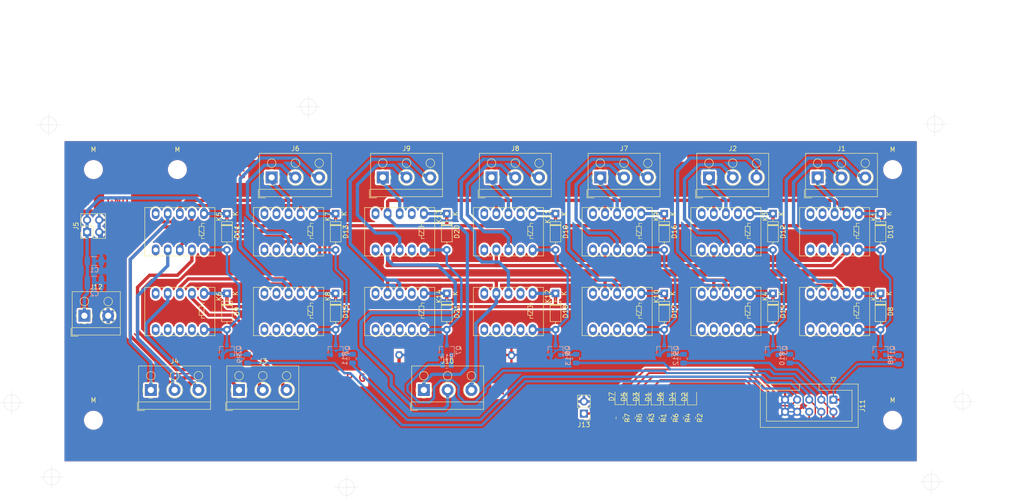
<source format=kicad_pcb>
(kicad_pcb (version 20171130) (host pcbnew "(5.1.7)-1")
  (layers (0 F.Cu signal) (31 B.Cu signal) (34 B.Paste user) (35 F.Paste user) (36 B.SilkS user) (37 F.SilkS user) (38 B.Mask user) (39 F.Mask user) (44 Edge.Cuts user))
  (net 0 "")
  (net 1 GND)
  (net 2 /REL_4)
  (net 3 "Net-(D1-Pad1)")
  (net 4 "Net-(D2-Pad1)")
  (net 5 /REL_1)
  (net 6 "Net-(D3-Pad1)")
  (net 7 /REL_5)
  (net 8 /REL_2)
  (net 9 "Net-(D4-Pad1)")
  (net 10 /REL_BYPASS)
  (net 11 "Net-(D5-Pad1)")
  (net 12 "Net-(D6-Pad1)")
  (net 13 /REL_3)
  (net 14 "Net-(D7-Pad1)")
  (net 15 /REL_OUT_OFF)
  (net 16 "Net-(J1-Pad1)")
  (net 17 "Net-(J1-Pad2)")
  (net 18 "Net-(J1-Pad3)")
  (net 19 "Net-(J2-Pad3)")
  (net 20 "Net-(J2-Pad2)")
  (net 21 "Net-(J2-Pad1)")
  (net 22 "Net-(J3-Pad1)")
  (net 23 "Net-(J3-Pad2)")
  (net 24 "Net-(J3-Pad3)")
  (net 25 "Net-(J4-Pad3)")
  (net 26 "Net-(J4-Pad2)")
  (net 27 "Net-(J4-Pad1)")
  (net 28 "Net-(J6-Pad1)")
  (net 29 "Net-(J6-Pad2)")
  (net 30 "Net-(J6-Pad3)")
  (net 31 "Net-(J7-Pad1)")
  (net 32 "Net-(J7-Pad2)")
  (net 33 "Net-(J7-Pad3)")
  (net 34 "Net-(J8-Pad3)")
  (net 35 "Net-(J8-Pad2)")
  (net 36 "Net-(J8-Pad1)")
  (net 37 "Net-(J9-Pad1)")
  (net 38 "Net-(J9-Pad2)")
  (net 39 "Net-(J9-Pad3)")
  (net 40 "Net-(J10-Pad3)")
  (net 41 "Net-(J10-Pad2)")
  (net 42 "Net-(J10-Pad1)")
  (net 43 "Net-(K5-Pad3)")
  (net 44 "Net-(K5-Pad8)")
  (net 45 "Net-(K6-Pad3)")
  (net 46 +12V)
  (net 47 /REL_4_IN)
  (net 48 /REL_1_IN)
  (net 49 /REL_5_IN)
  (net 50 /REL_2_IN)
  (net 51 /REL_BYPASS_IN)
  (net 52 /REL_3_IN)
  (net 53 /REL_OUT_OFF_IN)
  (net 54 "Net-(Q1-Pad1)")
  (net 55 "Net-(J13-Pad1)")
  (net 56 "Net-(Q2-Pad1)")
  (net 57 "Net-(Q3-Pad1)")
  (net 58 "Net-(Q4-Pad1)")
  (net 59 "Net-(Q5-Pad1)")
  (net 60 "Net-(Q6-Pad1)")
  (net 61 "Net-(Q7-Pad1)")
  (module MountingHole:MountingHole_3.2mm_M3 (layer F.Cu) (at 91.059 66.04)
    (fp_text reference M (at 0 -4.2) (layer F.SilkS))
    (fp_text value M3)
    (pad 1 np_thru_hole circle (at 0 0) (size 3.2 3.2) (drill 3.2) (layers *.Cu *.Mask))
  )
  (module MountingHole:MountingHole_3.2mm_M3 (layer F.Cu) (at 241.427 66.04)
    (fp_text reference M (at 0 -4.2) (layer F.SilkS))
    (fp_text value M3)
    (pad 1 np_thru_hole circle (at 0 0) (size 3.2 3.2) (drill 3.2) (layers *.Cu *.Mask))
  )
  (module MountingHole:MountingHole_3.2mm_M3 (layer F.Cu) (at 241.427 118.745)
    (fp_text reference M (at 0 -4.2) (layer F.SilkS))
    (fp_text value M3)
    (pad 1 np_thru_hole circle (at 0 0) (size 3.2 3.2) (drill 3.2) (layers *.Cu *.Mask))
  )
  (module MountingHole:MountingHole_3.2mm_M3 (layer F.Cu) (at 73.406 118.745)
    (fp_text reference M (at 0 -4.2) (layer F.SilkS))
    (fp_text value M3)
    (pad 1 np_thru_hole circle (at 0 0) (size 3.2 3.2) (drill 3.2) (layers *.Cu *.Mask))
  )
  (module TerminalBlock_RND:TerminalBlock_RND_205-00001_1x02_P5.00mm_Horizontal (layer F.Cu) (at 71.501 96.774)
    (fp_text reference J12 (at 2.5 -6.06) (layer F.SilkS))
    (fp_text value POWER2)
    (pad 1 thru_hole rect (at 0 0) (size 2.5 2.5) (drill 1.3) (layers *.Cu *.Mask) (net 46 +12V))
    (pad 2 thru_hole circle (at 5 0) (size 2.5 2.5) (drill 1.3) (layers *.Cu *.Mask) (net 1 GND))
  )
  (module Capacitor_SMD:C_1206_3216Metric (layer B.Cu) (at 73.5965 85.2805)
    (fp_text reference C1 (at 0 1.85) (layer B.SilkS) (effects (justify mirror)))
    (fp_text value C)
    (pad 1 smd roundrect (at -1.475 0) (size 1.15 1.8) (layers B.Cu B.Paste B.Mask) (roundrect_rratio 0.217391) (net 46 +12V))
    (pad 2 smd roundrect (at 1.475 0) (size 1.15 1.8) (layers B.Cu B.Paste B.Mask) (roundrect_rratio 0.217391) (net 1 GND))
  )
  (module Capacitor_SMD:C_1210_3225Metric (layer B.Cu) (at 73.5965 89.8525)
    (fp_text reference C2 (at 0 2.3) (layer B.SilkS) (effects (justify mirror)))
    (fp_text value CP)
    (pad 1 smd roundrect (at -1.475 0) (size 1.15 2.7) (layers B.Cu B.Paste B.Mask) (roundrect_rratio 0.217391) (net 46 +12V))
    (pad 2 smd roundrect (at 1.475 0) (size 1.15 2.7) (layers B.Cu B.Paste B.Mask) (roundrect_rratio 0.217391) (net 1 GND))
  )
  (module LED_SMD:LED_0805_2012Metric (layer F.Cu) (at 191.643 113.8405 90)
    (fp_text reference D1 (at 0 -1.65 90) (layer F.SilkS))
    (fp_text value LED)
    (pad 2 smd roundrect (at 0.9375 0 90) (size 0.975 1.4) (layers F.Cu F.Paste F.Mask) (net 47 /REL_4_IN))
    (pad 1 smd roundrect (at -0.9375 0 90) (size 0.975 1.4) (layers F.Cu F.Paste F.Mask) (net 3 "Net-(D1-Pad1)"))
  )
  (module LED_SMD:LED_0805_2012Metric (layer F.Cu) (at 199.263 113.8405 90)
    (fp_text reference D2 (at 0 -1.65 90) (layer F.SilkS))
    (fp_text value LED)
    (pad 1 smd roundrect (at -0.9375 0 90) (size 0.975 1.4) (layers F.Cu F.Paste F.Mask) (net 4 "Net-(D2-Pad1)"))
    (pad 2 smd roundrect (at 0.9375 0 90) (size 0.975 1.4) (layers F.Cu F.Paste F.Mask) (net 48 /REL_1_IN))
  )
  (module LED_SMD:LED_0805_2012Metric (layer F.Cu) (at 189.103 113.8405 90)
    (fp_text reference D3 (at 0 -1.65 90) (layer F.SilkS))
    (fp_text value LED)
    (pad 1 smd roundrect (at -0.9375 0 90) (size 0.975 1.4) (layers F.Cu F.Paste F.Mask) (net 6 "Net-(D3-Pad1)"))
    (pad 2 smd roundrect (at 0.9375 0 90) (size 0.975 1.4) (layers F.Cu F.Paste F.Mask) (net 49 /REL_5_IN))
  )
  (module LED_SMD:LED_0805_2012Metric (layer F.Cu) (at 196.723 113.8405 90)
    (fp_text reference D4 (at 0 -1.65 90) (layer F.SilkS))
    (fp_text value LED)
    (pad 2 smd roundrect (at 0.9375 0 90) (size 0.975 1.4) (layers F.Cu F.Paste F.Mask) (net 50 /REL_2_IN))
    (pad 1 smd roundrect (at -0.9375 0 90) (size 0.975 1.4) (layers F.Cu F.Paste F.Mask) (net 9 "Net-(D4-Pad1)"))
  )
  (module LED_SMD:LED_0805_2012Metric (layer F.Cu) (at 186.563 113.8405 90)
    (fp_text reference D5 (at 0 -1.65 90) (layer F.SilkS))
    (fp_text value LED)
    (pad 2 smd roundrect (at 0.9375 0 90) (size 0.975 1.4) (layers F.Cu F.Paste F.Mask) (net 53 /REL_OUT_OFF_IN))
    (pad 1 smd roundrect (at -0.9375 0 90) (size 0.975 1.4) (layers F.Cu F.Paste F.Mask) (net 11 "Net-(D5-Pad1)"))
  )
  (module LED_SMD:LED_0805_2012Metric (layer F.Cu) (at 194.183 113.8405 90)
    (fp_text reference D6 (at 0 -1.65 90) (layer F.SilkS))
    (fp_text value LED)
    (pad 1 smd roundrect (at -0.9375 0 90) (size 0.975 1.4) (layers F.Cu F.Paste F.Mask) (net 12 "Net-(D6-Pad1)"))
    (pad 2 smd roundrect (at 0.9375 0 90) (size 0.975 1.4) (layers F.Cu F.Paste F.Mask) (net 52 /REL_3_IN))
  )
  (module LED_SMD:LED_0805_2012Metric (layer F.Cu) (at 184.023 113.792 90)
    (fp_text reference D7 (at 0 -1.65 90) (layer F.SilkS))
    (fp_text value LED)
    (pad 1 smd roundrect (at -0.9375 0 90) (size 0.975 1.4) (layers F.Cu F.Paste F.Mask) (net 14 "Net-(D7-Pad1)"))
    (pad 2 smd roundrect (at 0.9375 0 90) (size 0.975 1.4) (layers F.Cu F.Paste F.Mask) (net 51 /REL_BYPASS_IN))
  )
  (module Connector_PinHeader_2.54mm:PinHeader_2x02_P2.54mm_Vertical (layer F.Cu) (at 72.0725 79.1845 90)
    (fp_text reference J5 (at 1.27 -2.33 90) (layer F.SilkS))
    (fp_text value POWER)
    (pad 1 thru_hole rect (at 0 0 90) (size 1.7 1.7) (drill 1) (layers *.Cu *.Mask) (net 46 +12V))
    (pad 2 thru_hole oval (at 2.54 0 90) (size 1.7 1.7) (drill 1) (layers *.Cu *.Mask) (net 46 +12V))
    (pad 3 thru_hole oval (at 0 2.54 90) (size 1.7 1.7) (drill 1) (layers *.Cu *.Mask) (net 1 GND))
    (pad 4 thru_hole oval (at 2.54 2.54 90) (size 1.7 1.7) (drill 1) (layers *.Cu *.Mask) (net 1 GND))
  )
  (module Relay_THT:Relay_DPDT_FRT5 (layer F.Cu) (at 234.315 75.311 270)
    (fp_text reference K1 (at 0.635 -3.175 270) (layer F.SilkS))
    (fp_text value AZ850-x)
    (pad 10 thru_hole oval (at 7.62 0 270) (size 2.3 1.6) (drill 1) (layers *.Cu *.Mask) (net 5 /REL_1))
    (pad 9 thru_hole oval (at 7.62 2.54 270) (size 2.3 1.6) (drill 1) (layers *.Cu *.Mask) (net 41 "Net-(J10-Pad2)"))
    (pad 8 thru_hole oval (at 7.62 5.08 270) (size 2.3 1.6) (drill 1) (layers *.Cu *.Mask) (net 17 "Net-(J1-Pad2)"))
    (pad 7 thru_hole oval (at 7.62 7.62 270) (size 2.3 1.6) (drill 1) (layers *.Cu *.Mask))
    (pad 6 thru_hole oval (at 7.62 10.16 270) (size 2.3 1.6) (drill 1) (layers *.Cu *.Mask))
    (pad 5 thru_hole oval (at 0 10.16 270) (size 2.3 1.6) (drill 1) (layers *.Cu *.Mask))
    (pad 4 thru_hole oval (at 0 7.62 270) (size 2.3 1.6) (drill 1) (layers *.Cu *.Mask))
    (pad 3 thru_hole oval (at 0 5.08 270) (size 2.3 1.6) (drill 1) (layers *.Cu *.Mask) (net 16 "Net-(J1-Pad1)"))
    (pad 2 thru_hole oval (at 0 2.54 270) (size 2.3 1.6) (drill 1) (layers *.Cu *.Mask) (net 42 "Net-(J10-Pad1)"))
    (pad 1 thru_hole oval (at 0 0 270) (size 2.3 1.6) (drill 1) (layers *.Cu *.Mask) (net 46 +12V))
  )
  (module Relay_THT:Relay_DPDT_FRT5 (layer F.Cu) (at 234.315 92.075 270)
    (fp_text reference K2 (at 0.635 -3.175 270) (layer F.SilkS))
    (fp_text value AZ850-x)
    (pad 10 thru_hole oval (at 7.62 0 270) (size 2.3 1.6) (drill 1) (layers *.Cu *.Mask) (net 5 /REL_1))
    (pad 9 thru_hole oval (at 7.62 2.54 270) (size 2.3 1.6) (drill 1) (layers *.Cu *.Mask))
    (pad 8 thru_hole oval (at 7.62 5.08 270) (size 2.3 1.6) (drill 1) (layers *.Cu *.Mask))
    (pad 7 thru_hole oval (at 7.62 7.62 270) (size 2.3 1.6) (drill 1) (layers *.Cu *.Mask))
    (pad 6 thru_hole oval (at 7.62 10.16 270) (size 2.3 1.6) (drill 1) (layers *.Cu *.Mask))
    (pad 5 thru_hole oval (at 0 10.16 270) (size 2.3 1.6) (drill 1) (layers *.Cu *.Mask))
    (pad 4 thru_hole oval (at 0 7.62 270) (size 2.3 1.6) (drill 1) (layers *.Cu *.Mask))
    (pad 3 thru_hole oval (at 0 5.08 270) (size 2.3 1.6) (drill 1) (layers *.Cu *.Mask) (net 18 "Net-(J1-Pad3)"))
    (pad 2 thru_hole oval (at 0 2.54 270) (size 2.3 1.6) (drill 1) (layers *.Cu *.Mask) (net 40 "Net-(J10-Pad3)"))
    (pad 1 thru_hole oval (at 0 0 270) (size 2.3 1.6) (drill 1) (layers *.Cu *.Mask) (net 46 +12V))
  )
  (module Relay_THT:Relay_DPDT_FRT5 (layer F.Cu) (at 211.455 75.311 270)
    (fp_text reference K3 (at 0.635 -3.175 270) (layer F.SilkS))
    (fp_text value AZ850-x)
    (pad 10 thru_hole oval (at 7.62 0 270) (size 2.3 1.6) (drill 1) (layers *.Cu *.Mask) (net 8 /REL_2))
    (pad 9 thru_hole oval (at 7.62 2.54 270) (size 2.3 1.6) (drill 1) (layers *.Cu *.Mask))
    (pad 8 thru_hole oval (at 7.62 5.08 270) (size 2.3 1.6) (drill 1) (layers *.Cu *.Mask) (net 20 "Net-(J2-Pad2)"))
    (pad 7 thru_hole oval (at 7.62 7.62 270) (size 2.3 1.6) (drill 1) (layers *.Cu *.Mask) (net 41 "Net-(J10-Pad2)"))
    (pad 6 thru_hole oval (at 7.62 10.16 270) (size 2.3 1.6) (drill 1) (layers *.Cu *.Mask))
    (pad 5 thru_hole oval (at 0 10.16 270) (size 2.3 1.6) (drill 1) (layers *.Cu *.Mask))
    (pad 4 thru_hole oval (at 0 7.62 270) (size 2.3 1.6) (drill 1) (layers *.Cu *.Mask) (net 42 "Net-(J10-Pad1)"))
    (pad 3 thru_hole oval (at 0 5.08 270) (size 2.3 1.6) (drill 1) (layers *.Cu *.Mask) (net 21 "Net-(J2-Pad1)"))
    (pad 2 thru_hole oval (at 0 2.54 270) (size 2.3 1.6) (drill 1) (layers *.Cu *.Mask))
    (pad 1 thru_hole oval (at 0 0 270) (size 2.3 1.6) (drill 1) (layers *.Cu *.Mask) (net 46 +12V))
  )
  (module Relay_THT:Relay_DPDT_FRT5 (layer F.Cu) (at 211.455 92.075 270)
    (fp_text reference K4 (at 0.635 -3.175 270) (layer F.SilkS))
    (fp_text value AZ850-x)
    (pad 10 thru_hole oval (at 7.62 0 270) (size 2.3 1.6) (drill 1) (layers *.Cu *.Mask) (net 8 /REL_2))
    (pad 9 thru_hole oval (at 7.62 2.54 270) (size 2.3 1.6) (drill 1) (layers *.Cu *.Mask))
    (pad 8 thru_hole oval (at 7.62 5.08 270) (size 2.3 1.6) (drill 1) (layers *.Cu *.Mask))
    (pad 7 thru_hole oval (at 7.62 7.62 270) (size 2.3 1.6) (drill 1) (layers *.Cu *.Mask))
    (pad 6 thru_hole oval (at 7.62 10.16 270) (size 2.3 1.6) (drill 1) (layers *.Cu *.Mask))
    (pad 5 thru_hole oval (at 0 10.16 270) (size 2.3 1.6) (drill 1) (layers *.Cu *.Mask))
    (pad 4 thru_hole oval (at 0 7.62 270) (size 2.3 1.6) (drill 1) (layers *.Cu *.Mask) (net 40 "Net-(J10-Pad3)"))
    (pad 3 thru_hole oval (at 0 5.08 270) (size 2.3 1.6) (drill 1) (layers *.Cu *.Mask) (net 19 "Net-(J2-Pad3)"))
    (pad 2 thru_hole oval (at 0 2.54 270) (size 2.3 1.6) (drill 1) (layers *.Cu *.Mask))
    (pad 1 thru_hole oval (at 0 0 270) (size 2.3 1.6) (drill 1) (layers *.Cu *.Mask) (net 46 +12V))
  )
  (module Relay_THT:Relay_DPDT_FRT5 (layer F.Cu) (at 96.647 75.311 270)
    (fp_text reference K5 (at 0.635 -3.175 270) (layer F.SilkS))
    (fp_text value AZ850-x)
    (pad 1 thru_hole oval (at 0 0 270) (size 2.3 1.6) (drill 1) (layers *.Cu *.Mask) (net 46 +12V))
    (pad 2 thru_hole oval (at 0 2.54 270) (size 2.3 1.6) (drill 1) (layers *.Cu *.Mask) (net 22 "Net-(J3-Pad1)"))
    (pad 3 thru_hole oval (at 0 5.08 270) (size 2.3 1.6) (drill 1) (layers *.Cu *.Mask) (net 43 "Net-(K5-Pad3)"))
    (pad 4 thru_hole oval (at 0 7.62 270) (size 2.3 1.6) (drill 1) (layers *.Cu *.Mask) (net 27 "Net-(J4-Pad1)"))
    (pad 5 thru_hole oval (at 0 10.16 270) (size 2.3 1.6) (drill 1) (layers *.Cu *.Mask))
    (pad 6 thru_hole oval (at 7.62 10.16 270) (size 2.3 1.6) (drill 1) (layers *.Cu *.Mask))
    (pad 7 thru_hole oval (at 7.62 7.62 270) (size 2.3 1.6) (drill 1) (layers *.Cu *.Mask) (net 26 "Net-(J4-Pad2)"))
    (pad 8 thru_hole oval (at 7.62 5.08 270) (size 2.3 1.6) (drill 1) (layers *.Cu *.Mask) (net 44 "Net-(K5-Pad8)"))
    (pad 9 thru_hole oval (at 7.62 2.54 270) (size 2.3 1.6) (drill 1) (layers *.Cu *.Mask) (net 23 "Net-(J3-Pad2)"))
    (pad 10 thru_hole oval (at 7.62 0 270) (size 2.3 1.6) (drill 1) (layers *.Cu *.Mask) (net 10 /REL_BYPASS))
  )
  (module Relay_THT:Relay_DPDT_FRT5 (layer F.Cu) (at 96.647 92.075 270)
    (fp_text reference K6 (at 0.635 -3.175 270) (layer F.SilkS))
    (fp_text value AZ850-x)
    (pad 1 thru_hole oval (at 0 0 270) (size 2.3 1.6) (drill 1) (layers *.Cu *.Mask) (net 46 +12V))
    (pad 2 thru_hole oval (at 0 2.54 270) (size 2.3 1.6) (drill 1) (layers *.Cu *.Mask) (net 24 "Net-(J3-Pad3)"))
    (pad 3 thru_hole oval (at 0 5.08 270) (size 2.3 1.6) (drill 1) (layers *.Cu *.Mask) (net 45 "Net-(K6-Pad3)"))
    (pad 4 thru_hole oval (at 0 7.62 270) (size 2.3 1.6) (drill 1) (layers *.Cu *.Mask) (net 25 "Net-(J4-Pad3)"))
    (pad 5 thru_hole oval (at 0 10.16 270) (size 2.3 1.6) (drill 1) (layers *.Cu *.Mask))
    (pad 6 thru_hole oval (at 7.62 10.16 270) (size 2.3 1.6) (drill 1) (layers *.Cu *.Mask))
    (pad 7 thru_hole oval (at 7.62 7.62 270) (size 2.3 1.6) (drill 1) (layers *.Cu *.Mask))
    (pad 8 thru_hole oval (at 7.62 5.08 270) (size 2.3 1.6) (drill 1) (layers *.Cu *.Mask))
    (pad 9 thru_hole oval (at 7.62 2.54 270) (size 2.3 1.6) (drill 1) (layers *.Cu *.Mask))
    (pad 10 thru_hole oval (at 7.62 0 270) (size 2.3 1.6) (drill 1) (layers *.Cu *.Mask) (net 10 /REL_BYPASS))
  )
  (module Relay_THT:Relay_DPDT_FRT5 (layer F.Cu) (at 119.507 75.311 270)
    (fp_text reference K7 (at 0.635 -3.175 270) (layer F.SilkS))
    (fp_text value AZ850-x)
    (pad 10 thru_hole oval (at 7.62 0 270) (size 2.3 1.6) (drill 1) (layers *.Cu *.Mask) (net 15 /REL_OUT_OFF))
    (pad 9 thru_hole oval (at 7.62 2.54 270) (size 2.3 1.6) (drill 1) (layers *.Cu *.Mask) (net 44 "Net-(K5-Pad8)"))
    (pad 8 thru_hole oval (at 7.62 5.08 270) (size 2.3 1.6) (drill 1) (layers *.Cu *.Mask) (net 29 "Net-(J6-Pad2)"))
    (pad 7 thru_hole oval (at 7.62 7.62 270) (size 2.3 1.6) (drill 1) (layers *.Cu *.Mask))
    (pad 6 thru_hole oval (at 7.62 10.16 270) (size 2.3 1.6) (drill 1) (layers *.Cu *.Mask))
    (pad 5 thru_hole oval (at 0 10.16 270) (size 2.3 1.6) (drill 1) (layers *.Cu *.Mask))
    (pad 4 thru_hole oval (at 0 7.62 270) (size 2.3 1.6) (drill 1) (layers *.Cu *.Mask))
    (pad 3 thru_hole oval (at 0 5.08 270) (size 2.3 1.6) (drill 1) (layers *.Cu *.Mask) (net 28 "Net-(J6-Pad1)"))
    (pad 2 thru_hole oval (at 0 2.54 270) (size 2.3 1.6) (drill 1) (layers *.Cu *.Mask) (net 43 "Net-(K5-Pad3)"))
    (pad 1 thru_hole oval (at 0 0 270) (size 2.3 1.6) (drill 1) (layers *.Cu *.Mask) (net 46 +12V))
  )
  (module Relay_THT:Relay_DPDT_FRT5 (layer F.Cu) (at 119.507 92.075 270)
    (fp_text reference K8 (at 0.635 -3.175 270) (layer F.SilkS))
    (fp_text value AZ850-x)
    (pad 1 thru_hole oval (at 0 0 270) (size 2.3 1.6) (drill 1) (layers *.Cu *.Mask) (net 46 +12V))
    (pad 2 thru_hole oval (at 0 2.54 270) (size 2.3 1.6) (drill 1) (layers *.Cu *.Mask) (net 45 "Net-(K6-Pad3)"))
    (pad 3 thru_hole oval (at 0 5.08 270) (size 2.3 1.6) (drill 1) (layers *.Cu *.Mask) (net 30 "Net-(J6-Pad3)"))
    (pad 4 thru_hole oval (at 0 7.62 270) (size 2.3 1.6) (drill 1) (layers *.Cu *.Mask))
    (pad 5 thru_hole oval (at 0 10.16 270) (size 2.3 1.6) (drill 1) (layers *.Cu *.Mask))
    (pad 6 thru_hole oval (at 7.62 10.16 270) (size 2.3 1.6) (drill 1) (layers *.Cu *.Mask))
    (pad 7 thru_hole oval (at 7.62 7.62 270) (size 2.3 1.6) (drill 1) (layers *.Cu *.Mask))
    (pad 8 thru_hole oval (at 7.62 5.08 270) (size 2.3 1.6) (drill 1) (layers *.Cu *.Mask))
    (pad 9 thru_hole oval (at 7.62 2.54 270) (size 2.3 1.6) (drill 1) (layers *.Cu *.Mask))
    (pad 10 thru_hole oval (at 7.62 0 270) (size 2.3 1.6) (drill 1) (layers *.Cu *.Mask) (net 15 /REL_OUT_OFF))
  )
  (module Relay_THT:Relay_DPDT_FRT5 (layer F.Cu) (at 188.595 75.311 270)
    (fp_text reference K9 (at 0.635 -3.175 270) (layer F.SilkS))
    (fp_text value AZ850-x)
    (pad 1 thru_hole oval (at 0 0 270) (size 2.3 1.6) (drill 1) (layers *.Cu *.Mask) (net 46 +12V))
    (pad 2 thru_hole oval (at 0 2.54 270) (size 2.3 1.6) (drill 1) (layers *.Cu *.Mask))
    (pad 3 thru_hole oval (at 0 5.08 270) (size 2.3 1.6) (drill 1) (layers *.Cu *.Mask) (net 31 "Net-(J7-Pad1)"))
    (pad 4 thru_hole oval (at 0 7.62 270) (size 2.3 1.6) (drill 1) (layers *.Cu *.Mask) (net 42 "Net-(J10-Pad1)"))
    (pad 5 thru_hole oval (at 0 10.16 270) (size 2.3 1.6) (drill 1) (layers *.Cu *.Mask))
    (pad 6 thru_hole oval (at 7.62 10.16 270) (size 2.3 1.6) (drill 1) (layers *.Cu *.Mask))
    (pad 7 thru_hole oval (at 7.62 7.62 270) (size 2.3 1.6) (drill 1) (layers *.Cu *.Mask) (net 41 "Net-(J10-Pad2)"))
    (pad 8 thru_hole oval (at 7.62 5.08 270) (size 2.3 1.6) (drill 1) (layers *.Cu *.Mask) (net 32 "Net-(J7-Pad2)"))
    (pad 9 thru_hole oval (at 7.62 2.54 270) (size 2.3 1.6) (drill 1) (layers *.Cu *.Mask))
    (pad 10 thru_hole oval (at 7.62 0 270) (size 2.3 1.6) (drill 1) (layers *.Cu *.Mask) (net 13 /REL_3))
  )
  (module Relay_THT:Relay_DPDT_FRT5 (layer F.Cu) (at 188.595 92.075 270)
    (fp_text reference K10 (at 0.635 -3.175 270) (layer F.SilkS))
    (fp_text value AZ850-x)
    (pad 1 thru_hole oval (at 0 0 270) (size 2.3 1.6) (drill 1) (layers *.Cu *.Mask) (net 46 +12V))
    (pad 2 thru_hole oval (at 0 2.54 270) (size 2.3 1.6) (drill 1) (layers *.Cu *.Mask))
    (pad 3 thru_hole oval (at 0 5.08 270) (size 2.3 1.6) (drill 1) (layers *.Cu *.Mask) (net 33 "Net-(J7-Pad3)"))
    (pad 4 thru_hole oval (at 0 7.62 270) (size 2.3 1.6) (drill 1) (layers *.Cu *.Mask) (net 40 "Net-(J10-Pad3)"))
    (pad 5 thru_hole oval (at 0 10.16 270) (size 2.3 1.6) (drill 1) (layers *.Cu *.Mask))
    (pad 6 thru_hole oval (at 7.62 10.16 270) (size 2.3 1.6) (drill 1) (layers *.Cu *.Mask))
    (pad 7 thru_hole oval (at 7.62 7.62 270) (size 2.3 1.6) (drill 1) (layers *.Cu *.Mask))
    (pad 8 thru_hole oval (at 7.62 5.08 270) (size 2.3 1.6) (drill 1) (layers *.Cu *.Mask))
    (pad 9 thru_hole oval (at 7.62 2.54 270) (size 2.3 1.6) (drill 1) (layers *.Cu *.Mask))
    (pad 10 thru_hole oval (at 7.62 0 270) (size 2.3 1.6) (drill 1) (layers *.Cu *.Mask) (net 13 /REL_3))
  )
  (module Relay_THT:Relay_DPDT_FRT5 (layer F.Cu) (at 165.735 75.311 270)
    (fp_text reference K11 (at 0.635 -3.175 270) (layer F.SilkS))
    (fp_text value AZ850-x)
    (pad 1 thru_hole oval (at 0 0 270) (size 2.3 1.6) (drill 1) (layers *.Cu *.Mask) (net 46 +12V))
    (pad 2 thru_hole oval (at 0 2.54 270) (size 2.3 1.6) (drill 1) (layers *.Cu *.Mask))
    (pad 3 thru_hole oval (at 0 5.08 270) (size 2.3 1.6) (drill 1) (layers *.Cu *.Mask) (net 36 "Net-(J8-Pad1)"))
    (pad 4 thru_hole oval (at 0 7.62 270) (size 2.3 1.6) (drill 1) (layers *.Cu *.Mask) (net 42 "Net-(J10-Pad1)"))
    (pad 5 thru_hole oval (at 0 10.16 270) (size 2.3 1.6) (drill 1) (layers *.Cu *.Mask))
    (pad 6 thru_hole oval (at 7.62 10.16 270) (size 2.3 1.6) (drill 1) (layers *.Cu *.Mask))
    (pad 7 thru_hole oval (at 7.62 7.62 270) (size 2.3 1.6) (drill 1) (layers *.Cu *.Mask) (net 41 "Net-(J10-Pad2)"))
    (pad 8 thru_hole oval (at 7.62 5.08 270) (size 2.3 1.6) (drill 1) (layers *.Cu *.Mask) (net 35 "Net-(J8-Pad2)"))
    (pad 9 thru_hole oval (at 7.62 2.54 270) (size 2.3 1.6) (drill 1) (layers *.Cu *.Mask))
    (pad 10 thru_hole oval (at 7.62 0 270) (size 2.3 1.6) (drill 1) (layers *.Cu *.Mask) (net 2 /REL_4))
  )
  (module Relay_THT:Relay_DPDT_FRT5 (layer F.Cu) (at 165.735 92.075 270)
    (fp_text reference K12 (at 0.635 -3.175 270) (layer F.SilkS))
    (fp_text value AZ850-x)
    (pad 10 thru_hole oval (at 7.62 0 270) (size 2.3 1.6) (drill 1) (layers *.Cu *.Mask) (net 2 /REL_4))
    (pad 9 thru_hole oval (at 7.62 2.54 270) (size 2.3 1.6) (drill 1) (layers *.Cu *.Mask))
    (pad 8 thru_hole oval (at 7.62 5.08 270) (size 2.3 1.6) (drill 1) (layers *.Cu *.Mask))
    (pad 7 thru_hole oval (at 7.62 7.62 270) (size 2.3 1.6) (drill 1) (layers *.Cu *.Mask))
    (pad 6 thru_hole oval (at 7.62 10.16 270) (size 2.3 1.6) (drill 1) (layers *.Cu *.Mask))
    (pad 5 thru_hole oval (at 0 10.16 270) (size 2.3 1.6) (drill 1) (layers *.Cu *.Mask))
    (pad 4 thru_hole oval (at 0 7.62 270) (size 2.3 1.6) (drill 1) (layers *.Cu *.Mask) (net 40 "Net-(J10-Pad3)"))
    (pad 3 thru_hole oval (at 0 5.08 270) (size 2.3 1.6) (drill 1) (layers *.Cu *.Mask) (net 34 "Net-(J8-Pad3)"))
    (pad 2 thru_hole oval (at 0 2.54 270) (size 2.3 1.6) (drill 1) (layers *.Cu *.Mask))
    (pad 1 thru_hole oval (at 0 0 270) (size 2.3 1.6) (drill 1) (layers *.Cu *.Mask) (net 46 +12V))
  )
  (module Relay_THT:Relay_DPDT_FRT5 (layer F.Cu) (at 142.875 75.311 270)
    (fp_text reference K13 (at 0.635 -3.175 270) (layer F.SilkS))
    (fp_text value AZ850-x)
    (pad 1 thru_hole oval (at 0 0 270) (size 2.3 1.6) (drill 1) (layers *.Cu *.Mask) (net 46 +12V))
    (pad 2 thru_hole oval (at 0 2.54 270) (size 2.3 1.6) (drill 1) (layers *.Cu *.Mask))
    (pad 3 thru_hole oval (at 0 5.08 270) (size 2.3 1.6) (drill 1) (layers *.Cu *.Mask) (net 37 "Net-(J9-Pad1)"))
    (pad 4 thru_hole oval (at 0 7.62 270) (size 2.3 1.6) (drill 1) (layers *.Cu *.Mask) (net 42 "Net-(J10-Pad1)"))
    (pad 5 thru_hole oval (at 0 10.16 270) (size 2.3 1.6) (drill 1) (layers *.Cu *.Mask))
    (pad 6 thru_hole oval (at 7.62 10.16 270) (size 2.3 1.6) (drill 1) (layers *.Cu *.Mask))
    (pad 7 thru_hole oval (at 7.62 7.62 270) (size 2.3 1.6) (drill 1) (layers *.Cu *.Mask) (net 41 "Net-(J10-Pad2)"))
    (pad 8 thru_hole oval (at 7.62 5.08 270) (size 2.3 1.6) (drill 1) (layers *.Cu *.Mask) (net 38 "Net-(J9-Pad2)"))
    (pad 9 thru_hole oval (at 7.62 2.54 270) (size 2.3 1.6) (drill 1) (layers *.Cu *.Mask))
    (pad 10 thru_hole oval (at 7.62 0 270) (size 2.3 1.6) (drill 1) (layers *.Cu *.Mask) (net 7 /REL_5))
  )
  (module Relay_THT:Relay_DPDT_FRT5 (layer F.Cu) (at 142.875 92.075 270)
    (fp_text reference K14 (at 0.635 -3.175 270) (layer F.SilkS))
    (fp_text value AZ850-x)
    (pad 10 thru_hole oval (at 7.62 0 270) (size 2.3 1.6) (drill 1) (layers *.Cu *.Mask) (net 7 /REL_5))
    (pad 9 thru_hole oval (at 7.62 2.54 270) (size 2.3 1.6) (drill 1) (layers *.Cu *.Mask))
    (pad 8 thru_hole oval (at 7.62 5.08 270) (size 2.3 1.6) (drill 1) (layers *.Cu *.Mask))
    (pad 7 thru_hole oval (at 7.62 7.62 270) (size 2.3 1.6) (drill 1) (layers *.Cu *.Mask))
    (pad 6 thru_hole oval (at 7.62 10.16 270) (size 2.3 1.6) (drill 1) (layers *.Cu *.Mask))
    (pad 5 thru_hole oval (at 0 10.16 270) (size 2.3 1.6) (drill 1) (layers *.Cu *.Mask))
    (pad 4 thru_hole oval (at 0 7.62 270) (size 2.3 1.6) (drill 1) (layers *.Cu *.Mask) (net 40 "Net-(J10-Pad3)"))
    (pad 3 thru_hole oval (at 0 5.08 270) (size 2.3 1.6) (drill 1) (layers *.Cu *.Mask) (net 39 "Net-(J9-Pad3)"))
    (pad 2 thru_hole oval (at 0 2.54 270) (size 2.3 1.6) (drill 1) (layers *.Cu *.Mask))
    (pad 1 thru_hole oval (at 0 0 270) (size 2.3 1.6) (drill 1) (layers *.Cu *.Mask) (net 46 +12V))
  )
  (module Resistor_SMD:R_0805_2012Metric (layer F.Cu) (at 191.643 118.2605 270)
    (fp_text reference R1 (at 0 -1.65 90) (layer F.SilkS))
    (fp_text value 1k)
    (pad 1 smd roundrect (at -0.9125 0 270) (size 1.025 1.4) (layers F.Cu F.Paste F.Mask) (roundrect_rratio 0.243902) (net 3 "Net-(D1-Pad1)"))
    (pad 2 smd roundrect (at 0.9125 0 270) (size 1.025 1.4) (layers F.Cu F.Paste F.Mask) (roundrect_rratio 0.243902) (net 55 "Net-(J13-Pad1)"))
  )
  (module Resistor_SMD:R_0805_2012Metric (layer F.Cu) (at 199.263 118.2605 270)
    (fp_text reference R2 (at 0 -1.65 90) (layer F.SilkS))
    (fp_text value 1k)
    (pad 2 smd roundrect (at 0.9125 0 270) (size 1.025 1.4) (layers F.Cu F.Paste F.Mask) (roundrect_rratio 0.243902) (net 55 "Net-(J13-Pad1)"))
    (pad 1 smd roundrect (at -0.9125 0 270) (size 1.025 1.4) (layers F.Cu F.Paste F.Mask) (roundrect_rratio 0.243902) (net 4 "Net-(D2-Pad1)"))
  )
  (module Resistor_SMD:R_0805_2012Metric (layer F.Cu) (at 189.103 118.2605 270)
    (fp_text reference R3 (at 0 -1.65 90) (layer F.SilkS))
    (fp_text value 1k)
    (pad 1 smd roundrect (at -0.9125 0 270) (size 1.025 1.4) (layers F.Cu F.Paste F.Mask) (roundrect_rratio 0.243902) (net 6 "Net-(D3-Pad1)"))
    (pad 2 smd roundrect (at 0.9125 0 270) (size 1.025 1.4) (layers F.Cu F.Paste F.Mask) (roundrect_rratio 0.243902) (net 55 "Net-(J13-Pad1)"))
  )
  (module Resistor_SMD:R_0805_2012Metric (layer F.Cu) (at 196.723 118.2605 270)
    (fp_text reference R4 (at 0 -1.65 90) (layer F.SilkS))
    (fp_text value 1k)
    (pad 1 smd roundrect (at -0.9125 0 270) (size 1.025 1.4) (layers F.Cu F.Paste F.Mask) (roundrect_rratio 0.243902) (net 9 "Net-(D4-Pad1)"))
    (pad 2 smd roundrect (at 0.9125 0 270) (size 1.025 1.4) (layers F.Cu F.Paste F.Mask) (roundrect_rratio 0.243902) (net 55 "Net-(J13-Pad1)"))
  )
  (module Resistor_SMD:R_0805_2012Metric (layer F.Cu) (at 186.563 118.2605 270)
    (fp_text reference R5 (at 0 -1.65 90) (layer F.SilkS))
    (fp_text value 1k)
    (pad 2 smd roundrect (at 0.9125 0 270) (size 1.025 1.4) (layers F.Cu F.Paste F.Mask) (roundrect_rratio 0.243902) (net 55 "Net-(J13-Pad1)"))
    (pad 1 smd roundrect (at -0.9125 0 270) (size 1.025 1.4) (layers F.Cu F.Paste F.Mask) (roundrect_rratio 0.243902) (net 11 "Net-(D5-Pad1)"))
  )
  (module Resistor_SMD:R_0805_2012Metric (layer F.Cu) (at 194.183 118.2605 270)
    (fp_text reference R6 (at 0 -1.65 90) (layer F.SilkS))
    (fp_text value 1k)
    (pad 2 smd roundrect (at 0.9125 0 270) (size 1.025 1.4) (layers F.Cu F.Paste F.Mask) (roundrect_rratio 0.243902) (net 55 "Net-(J13-Pad1)"))
    (pad 1 smd roundrect (at -0.9125 0 270) (size 1.025 1.4) (layers F.Cu F.Paste F.Mask) (roundrect_rratio 0.243902) (net 12 "Net-(D6-Pad1)"))
  )
  (module Resistor_SMD:R_0805_2012Metric (layer F.Cu) (at 184.023 118.2605 270)
    (fp_text reference R7 (at 0 -1.65 90) (layer F.SilkS))
    (fp_text value 1k)
    (pad 1 smd roundrect (at -0.9125 0 270) (size 1.025 1.4) (layers F.Cu F.Paste F.Mask) (roundrect_rratio 0.243902) (net 14 "Net-(D7-Pad1)"))
    (pad 2 smd roundrect (at 0.9125 0 270) (size 1.025 1.4) (layers F.Cu F.Paste F.Mask) (roundrect_rratio 0.243902) (net 55 "Net-(J13-Pad1)"))
  )
  (module Diode_THT:D_DO-35_SOD27_P7.62mm_Horizontal (layer F.Cu) (at 238.887 92.075 270)
    (fp_text reference D8 (at 3.81 -2.12 270) (layer F.SilkS))
    (fp_text value 1N4148)
    (fp_text user K (at 0 -1.8 270) (layer F.SilkS))
    (pad 2 thru_hole oval (at 7.62 0 270) (size 1.6 1.6) (drill 0.8) (layers *.Cu *.Mask) (net 5 /REL_1))
    (pad 1 thru_hole rect (at 0 0 270) (size 1.6 1.6) (drill 0.8) (layers *.Cu *.Mask) (net 46 +12V))
  )
  (module Diode_THT:D_DO-35_SOD27_P7.62mm_Horizontal (layer F.Cu) (at 101.473 92.075 270)
    (fp_text reference D9 (at 3.81 -2.12 270) (layer F.SilkS))
    (fp_text value 1N4148)
    (fp_text user K (at 0 -1.8 270) (layer F.SilkS))
    (pad 2 thru_hole oval (at 7.62 0 270) (size 1.6 1.6) (drill 0.8) (layers *.Cu *.Mask) (net 10 /REL_BYPASS))
    (pad 1 thru_hole rect (at 0 0 270) (size 1.6 1.6) (drill 0.8) (layers *.Cu *.Mask) (net 46 +12V))
  )
  (module Diode_THT:D_DO-35_SOD27_P7.62mm_Horizontal (layer F.Cu) (at 238.887 75.311 270)
    (fp_text reference D10 (at 3.81 -2.12 270) (layer F.SilkS))
    (fp_text value 1N4148)
    (fp_text user K (at 0 -1.8 270) (layer F.SilkS))
    (pad 2 thru_hole oval (at 7.62 0 270) (size 1.6 1.6) (drill 0.8) (layers *.Cu *.Mask) (net 5 /REL_1))
    (pad 1 thru_hole rect (at 0 0 270) (size 1.6 1.6) (drill 0.8) (layers *.Cu *.Mask) (net 46 +12V))
  )
  (module Diode_THT:D_DO-35_SOD27_P7.62mm_Horizontal (layer F.Cu) (at 101.473 75.311 270)
    (fp_text reference D11 (at 3.81 -2.12 270) (layer F.SilkS))
    (fp_text value 1N4148)
    (fp_text user K (at 0 -1.8 270) (layer F.SilkS))
    (pad 1 thru_hole rect (at 0 0 270) (size 1.6 1.6) (drill 0.8) (layers *.Cu *.Mask) (net 46 +12V))
    (pad 2 thru_hole oval (at 7.62 0 270) (size 1.6 1.6) (drill 0.8) (layers *.Cu *.Mask) (net 10 /REL_BYPASS))
  )
  (module Diode_THT:D_DO-35_SOD27_P7.62mm_Horizontal (layer F.Cu) (at 216.281 75.311 270)
    (fp_text reference D12 (at 3.81 -2.12 270) (layer F.SilkS))
    (fp_text value 1N4148)
    (fp_text user K (at 0 -1.8 270) (layer F.SilkS))
    (pad 1 thru_hole rect (at 0 0 270) (size 1.6 1.6) (drill 0.8) (layers *.Cu *.Mask) (net 46 +12V))
    (pad 2 thru_hole oval (at 7.62 0 270) (size 1.6 1.6) (drill 0.8) (layers *.Cu *.Mask) (net 8 /REL_2))
  )
  (module Diode_THT:D_DO-35_SOD27_P7.62mm_Horizontal (layer F.Cu) (at 124.333 75.311 270)
    (fp_text reference D13 (at 3.81 -2.12 270) (layer F.SilkS))
    (fp_text value 1N4148)
    (fp_text user K (at 0 -1.8 270) (layer F.SilkS))
    (pad 1 thru_hole rect (at 0 0 270) (size 1.6 1.6) (drill 0.8) (layers *.Cu *.Mask) (net 46 +12V))
    (pad 2 thru_hole oval (at 7.62 0 270) (size 1.6 1.6) (drill 0.8) (layers *.Cu *.Mask) (net 15 /REL_OUT_OFF))
  )
  (module Diode_THT:D_DO-35_SOD27_P7.62mm_Horizontal (layer F.Cu) (at 216.281 92.075 270)
    (fp_text reference D14 (at 3.81 -2.12 270) (layer F.SilkS))
    (fp_text value 1N4148)
    (fp_text user K (at 0 -1.8 270) (layer F.SilkS))
    (pad 2 thru_hole oval (at 7.62 0 270) (size 1.6 1.6) (drill 0.8) (layers *.Cu *.Mask) (net 8 /REL_2))
    (pad 1 thru_hole rect (at 0 0 270) (size 1.6 1.6) (drill 0.8) (layers *.Cu *.Mask) (net 46 +12V))
  )
  (module Diode_THT:D_DO-35_SOD27_P7.62mm_Horizontal (layer F.Cu) (at 124.333 92.075 270)
    (fp_text reference D15 (at 3.81 -2.12 270) (layer F.SilkS))
    (fp_text value 1N4148)
    (fp_text user K (at 0 -1.8 270) (layer F.SilkS))
    (pad 2 thru_hole oval (at 7.62 0 270) (size 1.6 1.6) (drill 0.8) (layers *.Cu *.Mask) (net 15 /REL_OUT_OFF))
    (pad 1 thru_hole rect (at 0 0 270) (size 1.6 1.6) (drill 0.8) (layers *.Cu *.Mask) (net 46 +12V))
  )
  (module Diode_THT:D_DO-35_SOD27_P7.62mm_Horizontal (layer F.Cu) (at 193.421 75.311 270)
    (fp_text reference D16 (at 3.81 -2.12 270) (layer F.SilkS))
    (fp_text value 1N4148)
    (fp_text user K (at 0 -1.8 270) (layer F.SilkS))
    (pad 1 thru_hole rect (at 0 0 270) (size 1.6 1.6) (drill 0.8) (layers *.Cu *.Mask) (net 46 +12V))
    (pad 2 thru_hole oval (at 7.62 0 270) (size 1.6 1.6) (drill 0.8) (layers *.Cu *.Mask) (net 13 /REL_3))
  )
  (module Diode_THT:D_DO-35_SOD27_P7.62mm_Horizontal (layer F.Cu) (at 193.421 92.075 270)
    (fp_text reference D17 (at 3.81 -2.12 270) (layer F.SilkS))
    (fp_text value 1N4148)
    (fp_text user K (at 0 -1.8 270) (layer F.SilkS))
    (pad 2 thru_hole oval (at 7.62 0 270) (size 1.6 1.6) (drill 0.8) (layers *.Cu *.Mask) (net 13 /REL_3))
    (pad 1 thru_hole rect (at 0 0 270) (size 1.6 1.6) (drill 0.8) (layers *.Cu *.Mask) (net 46 +12V))
  )
  (module Diode_THT:D_DO-35_SOD27_P7.62mm_Horizontal (layer F.Cu) (at 170.561 92.075 270)
    (fp_text reference D18 (at 3.81 -2.12 270) (layer F.SilkS))
    (fp_text value 1N4148)
    (fp_text user K (at 0 -1.8 270) (layer F.SilkS))
    (pad 1 thru_hole rect (at 0 0 270) (size 1.6 1.6) (drill 0.8) (layers *.Cu *.Mask) (net 46 +12V))
    (pad 2 thru_hole oval (at 7.62 0 270) (size 1.6 1.6) (drill 0.8) (layers *.Cu *.Mask) (net 2 /REL_4))
  )
  (module Diode_THT:D_DO-35_SOD27_P7.62mm_Horizontal (layer F.Cu) (at 170.561 75.311 270)
    (fp_text reference D19 (at 3.81 -2.12 270) (layer F.SilkS))
    (fp_text value 1N4148)
    (fp_text user K (at 0 -1.8 270) (layer F.SilkS))
    (pad 2 thru_hole oval (at 7.62 0 270) (size 1.6 1.6) (drill 0.8) (layers *.Cu *.Mask) (net 2 /REL_4))
    (pad 1 thru_hole rect (at 0 0 270) (size 1.6 1.6) (drill 0.8) (layers *.Cu *.Mask) (net 46 +12V))
  )
  (module Diode_THT:D_DO-35_SOD27_P7.62mm_Horizontal (layer F.Cu) (at 147.701 75.311 270)
    (fp_text reference D20 (at 3.81 -2.12 270) (layer F.SilkS))
    (fp_text value 1N4148)
    (fp_text user K (at 0 -1.8 270) (layer F.SilkS))
    (pad 1 thru_hole rect (at 0 0 270) (size 1.6 1.6) (drill 0.8) (layers *.Cu *.Mask) (net 46 +12V))
    (pad 2 thru_hole oval (at 7.62 0 270) (size 1.6 1.6) (drill 0.8) (layers *.Cu *.Mask) (net 7 /REL_5))
  )
  (module Diode_THT:D_DO-35_SOD27_P7.62mm_Horizontal (layer F.Cu) (at 147.701 92.075 270)
    (fp_text reference D21 (at 3.81 -2.12 270) (layer F.SilkS))
    (fp_text value 1N4148)
    (fp_text user K (at 0 -1.8 270) (layer F.SilkS))
    (pad 1 thru_hole rect (at 0 0 270) (size 1.6 1.6) (drill 0.8) (layers *.Cu *.Mask) (net 46 +12V))
    (pad 2 thru_hole oval (at 7.62 0 270) (size 1.6 1.6) (drill 0.8) (layers *.Cu *.Mask) (net 7 /REL_5))
  )
  (module Package_TO_SOT_SMD:SOT-23 (layer B.Cu) (at 238.887 104.013 90)
    (fp_text reference Q1 (at 0 2.5 90) (layer B.SilkS) (effects (justify mirror)))
    (fp_text value BC847)
    (pad 1 smd rect (at -1 0.95 90) (size 0.9 0.8) (layers B.Cu B.Paste B.Mask) (net 54 "Net-(Q1-Pad1)"))
    (pad 2 smd rect (at -1 -0.95 90) (size 0.9 0.8) (layers B.Cu B.Paste B.Mask) (net 1 GND))
    (pad 3 smd rect (at 1 0 90) (size 0.9 0.8) (layers B.Cu B.Paste B.Mask) (net 5 /REL_1))
  )
  (module Resistor_SMD:R_0805_2012Metric (layer B.Cu) (at 242.697 106.045 270)
    (fp_text reference R8 (at 0 1.65 270) (layer B.SilkS) (effects (justify mirror)))
    (fp_text value R)
    (pad 1 smd roundrect (at -0.9125 0 270) (size 1.025 1.4) (layers B.Cu B.Paste B.Mask) (roundrect_rratio 0.243902) (net 54 "Net-(Q1-Pad1)"))
    (pad 2 smd roundrect (at 0.9125 0 270) (size 1.025 1.4) (layers B.Cu B.Paste B.Mask) (roundrect_rratio 0.243902) (net 48 /REL_1_IN))
  )
  (module Connector_PinHeader_2.54mm:PinHeader_1x02_P2.54mm_Vertical (layer F.Cu) (at 176.53 117.348 180)
    (fp_text reference J13 (at 0 -2.33 180) (layer F.SilkS))
    (fp_text value LED)
    (pad 1 thru_hole rect (at 0 0 180) (size 1.7 1.7) (drill 1) (layers *.Cu *.Mask) (net 55 "Net-(J13-Pad1)"))
    (pad 2 thru_hole oval (at 0 2.54 180) (size 1.7 1.7) (drill 1) (layers *.Cu *.Mask) (net 1 GND))
  )
  (module Package_TO_SOT_SMD:SOT-23 (layer B.Cu) (at 101.473 104.013 90)
    (fp_text reference Q2 (at 0 2.5 90) (layer B.SilkS) (effects (justify mirror)))
    (fp_text value BC847)
    (pad 1 smd rect (at -1 0.95 90) (size 0.9 0.8) (layers B.Cu B.Paste B.Mask) (net 56 "Net-(Q2-Pad1)"))
    (pad 2 smd rect (at -1 -0.95 90) (size 0.9 0.8) (layers B.Cu B.Paste B.Mask) (net 1 GND))
    (pad 3 smd rect (at 1 0 90) (size 0.9 0.8) (layers B.Cu B.Paste B.Mask) (net 10 /REL_BYPASS))
  )
  (module Package_TO_SOT_SMD:SOT-23 (layer B.Cu) (at 216.281 104.013 90)
    (fp_text reference Q3 (at 0 2.5 90) (layer B.SilkS) (effects (justify mirror)))
    (fp_text value BC847)
    (pad 3 smd rect (at 1 0 90) (size 0.9 0.8) (layers B.Cu B.Paste B.Mask) (net 8 /REL_2))
    (pad 2 smd rect (at -1 -0.95 90) (size 0.9 0.8) (layers B.Cu B.Paste B.Mask) (net 1 GND))
    (pad 1 smd rect (at -1 0.95 90) (size 0.9 0.8) (layers B.Cu B.Paste B.Mask) (net 57 "Net-(Q3-Pad1)"))
  )
  (module Package_TO_SOT_SMD:SOT-23 (layer B.Cu) (at 124.333 104.013 90)
    (fp_text reference Q4 (at 0 2.5 90) (layer B.SilkS) (effects (justify mirror)))
    (fp_text value BC847)
    (pad 1 smd rect (at -1 0.95 90) (size 0.9 0.8) (layers B.Cu B.Paste B.Mask) (net 58 "Net-(Q4-Pad1)"))
    (pad 2 smd rect (at -1 -0.95 90) (size 0.9 0.8) (layers B.Cu B.Paste B.Mask) (net 1 GND))
    (pad 3 smd rect (at 1 0 90) (size 0.9 0.8) (layers B.Cu B.Paste B.Mask) (net 15 /REL_OUT_OFF))
  )
  (module Package_TO_SOT_SMD:SOT-23 (layer B.Cu) (at 193.421 104.013 90)
    (fp_text reference Q5 (at 0 2.5 90) (layer B.SilkS) (effects (justify mirror)))
    (fp_text value BC847)
    (pad 1 smd rect (at -1 0.95 90) (size 0.9 0.8) (layers B.Cu B.Paste B.Mask) (net 59 "Net-(Q5-Pad1)"))
    (pad 2 smd rect (at -1 -0.95 90) (size 0.9 0.8) (layers B.Cu B.Paste B.Mask) (net 1 GND))
    (pad 3 smd rect (at 1 0 90) (size 0.9 0.8) (layers B.Cu B.Paste B.Mask) (net 13 /REL_3))
  )
  (module Package_TO_SOT_SMD:SOT-23 (layer B.Cu) (at 170.561 104.013 90)
    (fp_text reference Q6 (at 0 2.5 90) (layer B.SilkS) (effects (justify mirror)))
    (fp_text value BC847)
    (pad 3 smd rect (at 1 0 90) (size 0.9 0.8) (layers B.Cu B.Paste B.Mask) (net 2 /REL_4))
    (pad 2 smd rect (at -1 -0.95 90) (size 0.9 0.8) (layers B.Cu B.Paste B.Mask) (net 1 GND))
    (pad 1 smd rect (at -1 0.95 90) (size 0.9 0.8) (layers B.Cu B.Paste B.Mask) (net 60 "Net-(Q6-Pad1)"))
  )
  (module Package_TO_SOT_SMD:SOT-23 (layer B.Cu) (at 147.701 104.013 90)
    (fp_text reference Q7 (at 0 2.5 90) (layer B.SilkS) (effects (justify mirror)))
    (fp_text value BC847)
    (pad 3 smd rect (at 1 0 90) (size 0.9 0.8) (layers B.Cu B.Paste B.Mask) (net 7 /REL_5))
    (pad 2 smd rect (at -1 -0.95 90) (size 0.9 0.8) (layers B.Cu B.Paste B.Mask) (net 1 GND))
    (pad 1 smd rect (at -1 0.95 90) (size 0.9 0.8) (layers B.Cu B.Paste B.Mask) (net 61 "Net-(Q7-Pad1)"))
  )
  (module Resistor_SMD:R_0805_2012Metric (layer B.Cu) (at 105.791 105.791 270)
    (fp_text reference R9 (at 0 1.65 270) (layer B.SilkS) (effects (justify mirror)))
    (fp_text value R)
    (pad 1 smd roundrect (at -0.9125 0 270) (size 1.025 1.4) (layers B.Cu B.Paste B.Mask) (roundrect_rratio 0.243902) (net 56 "Net-(Q2-Pad1)"))
    (pad 2 smd roundrect (at 0.9125 0 270) (size 1.025 1.4) (layers B.Cu B.Paste B.Mask) (roundrect_rratio 0.243902) (net 51 /REL_BYPASS_IN))
  )
  (module Resistor_SMD:R_0805_2012Metric (layer B.Cu) (at 219.837 105.791 270)
    (fp_text reference R10 (at 0 1.65 270) (layer B.SilkS) (effects (justify mirror)))
    (fp_text value R)
    (pad 2 smd roundrect (at 0.9125 0 270) (size 1.025 1.4) (layers B.Cu B.Paste B.Mask) (roundrect_rratio 0.243902) (net 50 /REL_2_IN))
    (pad 1 smd roundrect (at -0.9125 0 270) (size 1.025 1.4) (layers B.Cu B.Paste B.Mask) (roundrect_rratio 0.243902) (net 57 "Net-(Q3-Pad1)"))
  )
  (module Resistor_SMD:R_0805_2012Metric (layer B.Cu) (at 127.889 105.791 270)
    (fp_text reference R11 (at 0 1.65 270) (layer B.SilkS) (effects (justify mirror)))
    (fp_text value R)
    (pad 2 smd roundrect (at 0.9125 0 270) (size 1.025 1.4) (layers B.Cu B.Paste B.Mask) (roundrect_rratio 0.243902) (net 53 /REL_OUT_OFF_IN))
    (pad 1 smd roundrect (at -0.9125 0 270) (size 1.025 1.4) (layers B.Cu B.Paste B.Mask) (roundrect_rratio 0.243902) (net 58 "Net-(Q4-Pad1)"))
  )
  (module Resistor_SMD:R_0805_2012Metric (layer B.Cu) (at 197.485 105.791 270)
    (fp_text reference R12 (at 0 1.65 270) (layer B.SilkS) (effects (justify mirror)))
    (fp_text value R)
    (pad 1 smd roundrect (at -0.9125 0 270) (size 1.025 1.4) (layers B.Cu B.Paste B.Mask) (roundrect_rratio 0.243902) (net 59 "Net-(Q5-Pad1)"))
    (pad 2 smd roundrect (at 0.9125 0 270) (size 1.025 1.4) (layers B.Cu B.Paste B.Mask) (roundrect_rratio 0.243902) (net 52 /REL_3_IN))
  )
  (module Resistor_SMD:R_0805_2012Metric (layer B.Cu) (at 174.879 105.791 270)
    (fp_text reference R13 (at 0 1.65 270) (layer B.SilkS) (effects (justify mirror)))
    (fp_text value R)
    (pad 1 smd roundrect (at -0.9125 0 270) (size 1.025 1.4) (layers B.Cu B.Paste B.Mask) (roundrect_rratio 0.243902) (net 60 "Net-(Q6-Pad1)"))
    (pad 2 smd roundrect (at 0.9125 0 270) (size 1.025 1.4) (layers B.Cu B.Paste B.Mask) (roundrect_rratio 0.243902) (net 47 /REL_4_IN))
  )
  (module Resistor_SMD:R_0805_2012Metric (layer B.Cu) (at 147.701 107.061 180)
    (fp_text reference R14 (at 0 1.65 180) (layer B.SilkS) (effects (justify mirror)))
    (fp_text value R)
    (pad 2 smd roundrect (at 0.9125 0 180) (size 1.025 1.4) (layers B.Cu B.Paste B.Mask) (roundrect_rratio 0.243902) (net 49 /REL_5_IN))
    (pad 1 smd roundrect (at -0.9125 0 180) (size 1.025 1.4) (layers B.Cu B.Paste B.Mask) (roundrect_rratio 0.243902) (net 61 "Net-(Q7-Pad1)"))
  )
  (module TerminalBlock_RND:TerminalBlock_RND_205-00002_1x03_P5.00mm_Horizontal (layer F.Cu) (at 225.679 67.691)
    (fp_text reference J1 (at 5 -6.06) (layer F.SilkS))
    (fp_text value INPUT1)
    (pad 1 thru_hole rect (at 0 0) (size 2.5 2.5) (drill 1.3) (layers *.Cu *.Mask) (net 16 "Net-(J1-Pad1)"))
    (pad 2 thru_hole circle (at 5 0) (size 2.5 2.5) (drill 1.3) (layers *.Cu *.Mask) (net 17 "Net-(J1-Pad2)"))
    (pad 3 thru_hole circle (at 10 0) (size 2.5 2.5) (drill 1.3) (layers *.Cu *.Mask) (net 18 "Net-(J1-Pad3)"))
  )
  (module TerminalBlock_RND:TerminalBlock_RND_205-00002_1x03_P5.00mm_Horizontal (layer F.Cu) (at 202.819 67.691)
    (fp_text reference J2 (at 5 -6.06) (layer F.SilkS))
    (fp_text value INPUT2)
    (pad 1 thru_hole rect (at 0 0) (size 2.5 2.5) (drill 1.3) (layers *.Cu *.Mask) (net 21 "Net-(J2-Pad1)"))
    (pad 2 thru_hole circle (at 5 0) (size 2.5 2.5) (drill 1.3) (layers *.Cu *.Mask) (net 20 "Net-(J2-Pad2)"))
    (pad 3 thru_hole circle (at 10 0) (size 2.5 2.5) (drill 1.3) (layers *.Cu *.Mask) (net 19 "Net-(J2-Pad3)"))
  )
  (module TerminalBlock_RND:TerminalBlock_RND_205-00002_1x03_P5.00mm_Horizontal (layer F.Cu) (at 104.013 112.395)
    (fp_text reference J3 (at 5 -6.06) (layer F.SilkS))
    (fp_text value OUTPUT_PRE)
    (pad 1 thru_hole rect (at 0 0) (size 2.5 2.5) (drill 1.3) (layers *.Cu *.Mask) (net 22 "Net-(J3-Pad1)"))
    (pad 2 thru_hole circle (at 5 0) (size 2.5 2.5) (drill 1.3) (layers *.Cu *.Mask) (net 23 "Net-(J3-Pad2)"))
    (pad 3 thru_hole circle (at 10 0) (size 2.5 2.5) (drill 1.3) (layers *.Cu *.Mask) (net 24 "Net-(J3-Pad3)"))
  )
  (module TerminalBlock_RND:TerminalBlock_RND_205-00002_1x03_P5.00mm_Horizontal (layer F.Cu) (at 85.471 112.395)
    (fp_text reference J4 (at 5 -6.06) (layer F.SilkS))
    (fp_text value OUTPUT_DIRECT)
    (pad 1 thru_hole rect (at 0 0) (size 2.5 2.5) (drill 1.3) (layers *.Cu *.Mask) (net 27 "Net-(J4-Pad1)"))
    (pad 2 thru_hole circle (at 5 0) (size 2.5 2.5) (drill 1.3) (layers *.Cu *.Mask) (net 26 "Net-(J4-Pad2)"))
    (pad 3 thru_hole circle (at 10 0) (size 2.5 2.5) (drill 1.3) (layers *.Cu *.Mask) (net 25 "Net-(J4-Pad3)"))
  )
  (module TerminalBlock_RND:TerminalBlock_RND_205-00002_1x03_P5.00mm_Horizontal (layer F.Cu) (at 110.871 67.691)
    (fp_text reference J6 (at 5 -6.06) (layer F.SilkS))
    (fp_text value OUTPUT)
    (pad 3 thru_hole circle (at 10 0) (size 2.5 2.5) (drill 1.3) (layers *.Cu *.Mask) (net 30 "Net-(J6-Pad3)"))
    (pad 2 thru_hole circle (at 5 0) (size 2.5 2.5) (drill 1.3) (layers *.Cu *.Mask) (net 29 "Net-(J6-Pad2)"))
    (pad 1 thru_hole rect (at 0 0) (size 2.5 2.5) (drill 1.3) (layers *.Cu *.Mask) (net 28 "Net-(J6-Pad1)"))
  )
  (module TerminalBlock_RND:TerminalBlock_RND_205-00002_1x03_P5.00mm_Horizontal (layer F.Cu) (at 179.959 67.691)
    (fp_text reference J7 (at 5 -6.06) (layer F.SilkS))
    (fp_text value INPUT3)
    (pad 3 thru_hole circle (at 10 0) (size 2.5 2.5) (drill 1.3) (layers *.Cu *.Mask) (net 33 "Net-(J7-Pad3)"))
    (pad 2 thru_hole circle (at 5 0) (size 2.5 2.5) (drill 1.3) (layers *.Cu *.Mask) (net 32 "Net-(J7-Pad2)"))
    (pad 1 thru_hole rect (at 0 0) (size 2.5 2.5) (drill 1.3) (layers *.Cu *.Mask) (net 31 "Net-(J7-Pad1)"))
  )
  (module TerminalBlock_RND:TerminalBlock_RND_205-00002_1x03_P5.00mm_Horizontal (layer F.Cu) (at 157.099 67.691)
    (fp_text reference J8 (at 5 -6.06) (layer F.SilkS))
    (fp_text value INPUT4)
    (pad 3 thru_hole circle (at 10 0) (size 2.5 2.5) (drill 1.3) (layers *.Cu *.Mask) (net 34 "Net-(J8-Pad3)"))
    (pad 2 thru_hole circle (at 5 0) (size 2.5 2.5) (drill 1.3) (layers *.Cu *.Mask) (net 35 "Net-(J8-Pad2)"))
    (pad 1 thru_hole rect (at 0 0) (size 2.5 2.5) (drill 1.3) (layers *.Cu *.Mask) (net 36 "Net-(J8-Pad1)"))
  )
  (module TerminalBlock_RND:TerminalBlock_RND_205-00002_1x03_P5.00mm_Horizontal (layer F.Cu) (at 134.239 67.691)
    (fp_text reference J9 (at 5 -6.06) (layer F.SilkS))
    (fp_text value INPUT5)
    (pad 3 thru_hole circle (at 10 0) (size 2.5 2.5) (drill 1.3) (layers *.Cu *.Mask) (net 39 "Net-(J9-Pad3)"))
    (pad 2 thru_hole circle (at 5 0) (size 2.5 2.5) (drill 1.3) (layers *.Cu *.Mask) (net 38 "Net-(J9-Pad2)"))
    (pad 1 thru_hole rect (at 0 0) (size 2.5 2.5) (drill 1.3) (layers *.Cu *.Mask) (net 37 "Net-(J9-Pad1)"))
  )
  (module TerminalBlock_RND:TerminalBlock_RND_205-00002_1x03_P5.00mm_Horizontal (layer F.Cu) (at 142.875 112.395)
    (fp_text reference J10 (at 5 -6.06) (layer F.SilkS))
    (fp_text value INPUT)
    (pad 1 thru_hole rect (at 0 0) (size 2.5 2.5) (drill 1.3) (layers *.Cu *.Mask) (net 42 "Net-(J10-Pad1)"))
    (pad 2 thru_hole circle (at 5 0) (size 2.5 2.5) (drill 1.3) (layers *.Cu *.Mask) (net 41 "Net-(J10-Pad2)"))
    (pad 3 thru_hole circle (at 10 0) (size 2.5 2.5) (drill 1.3) (layers *.Cu *.Mask) (net 40 "Net-(J10-Pad3)"))
  )
  (module Connector_IDC:IDC-Header_2x05_P2.54mm_Vertical (layer F.Cu) (at 228.981 114.427 270)
    (fp_text reference J11 (at 1.27 -6.1 90) (layer F.SilkS))
    (fp_text value CONTROL)
    (pad 1 thru_hole roundrect (at 0 0 270) (size 1.7 1.7) (drill 1) (layers *.Cu *.Mask) (roundrect_rratio 0.147059) (net 48 /REL_1_IN))
    (pad 3 thru_hole circle (at 0 2.54 270) (size 1.7 1.7) (drill 1) (layers *.Cu *.Mask) (net 52 /REL_3_IN))
    (pad 5 thru_hole circle (at 0 5.08 270) (size 1.7 1.7) (drill 1) (layers *.Cu *.Mask) (net 49 /REL_5_IN))
    (pad 7 thru_hole circle (at 0 7.62 270) (size 1.7 1.7) (drill 1) (layers *.Cu *.Mask) (net 51 /REL_BYPASS_IN))
    (pad 9 thru_hole circle (at 0 10.16 270) (size 1.7 1.7) (drill 1) (layers *.Cu *.Mask) (net 1 GND))
    (pad 2 thru_hole circle (at 2.54 0 270) (size 1.7 1.7) (drill 1) (layers *.Cu *.Mask) (net 50 /REL_2_IN))
    (pad 4 thru_hole circle (at 2.54 2.54 270) (size 1.7 1.7) (drill 1) (layers *.Cu *.Mask) (net 47 /REL_4_IN))
    (pad 6 thru_hole circle (at 2.54 5.08 270) (size 1.7 1.7) (drill 1) (layers *.Cu *.Mask) (net 53 /REL_OUT_OFF_IN))
    (pad 8 thru_hole circle (at 2.54 7.62 270) (size 1.7 1.7) (drill 1) (layers *.Cu *.Mask) (net 1 GND))
    (pad 10 thru_hole circle (at 2.54 10.16 270) (size 1.7 1.7) (drill 1) (layers *.Cu *.Mask) (net 1 GND))
  )
  (module MountingHole:MountingHole_3.2mm_M3 (layer F.Cu) (at 73.406 66.04)
    (fp_text reference M (at 0 -4.2) (layer F.SilkS))
    (fp_text value M3)
    (pad 1 np_thru_hole circle (at 0 0) (size 3.2 3.2) (drill 3.2) (layers *.Cu *.Mask))
  )
  (gr_text IN (at 158.75 112.522) (layer F.Cu) (effects (font (size 1.5 1.5) (thickness 0.3))))
  (gr_text PRE (at 119.1895 112.7125) (layer F.Cu) (effects (font (size 1.5 1.5) (thickness 0.3))))
  (gr_text DIR (at 78.359 115.8875) (layer F.Cu) (effects (font (size 1.5 1.5) (thickness 0.3))))
  (gr_text OUT (at 105.283 62.23) (layer F.Cu) (effects (font (size 1.5 1.5) (thickness 0.3))))
  (gr_text 5 (at 129.2225 62.4205) (layer F.Cu) (effects (font (size 1.5 1.5) (thickness 0.3))))
  (gr_text 4 (at 152.019 62.4205) (layer F.Cu) (effects (font (size 1.5 1.5) (thickness 0.3))))
  (gr_text 3 (at 174.752 62.611) (layer F.Cu) (effects (font (size 1.5 1.5) (thickness 0.3))))
  (gr_text 2 (at 196.977 62.611) (layer F.Cu) (effects (font (size 1.5 1.5) (thickness 0.3))))
  (gr_text 1 (at 220.0275 62.5475) (layer F.Cu) (effects (font (size 1.5 1.5) (thickness 0.3))))
  (gr_text GND (at 78.486 72.644) (layer F.Cu) (effects (font (size 1.5 1.5) (thickness 0.3))))
  (gr_text 12V (at 70.866 72.644) (layer F.Cu) (effects (font (size 1.5 1.5) (thickness 0.3))))
  (gr_text "L R G" (at 102.1715 67.056) (layer F.Cu) (effects (font (size 1.5 1.5) (thickness 0.3))))
  (gr_text "L R G" (at 127.381 109.855) (layer F.Cu) (effects (font (size 1.5 1.5) (thickness 0.3))))
  (gr_text X (at 161.29 105.029) (layer F.Cu) (effects (font (size 1.2 1.2) (thickness 0.3)) (justify mirror)))
  (gr_text X (at 161.29 105.029) (layer B.Cu) (effects (font (size 1.2 1.2) (thickness 0.3)) (justify mirror)))
  (gr_text X (at 137.668 105.029) (layer F.Cu) (effects (font (size 1.2 1.2) (thickness 0.3)) (justify mirror)))
  (gr_text X (at 137.668 105.029) (layer B.Cu) (effects (font (size 1.2 1.2) (thickness 0.3)) (justify mirror)))
  (target plus (at 126.619 132.842) (size 5) (width 0.05) (layer Edge.Cuts))
  (target plus (at 118.618 52.832) (size 5) (width 0.05) (layer Edge.Cuts))
  (target plus (at 64.008 56.642) (size 5) (width 0.05) (layer Edge.Cuts))
  (target plus (at 56.261 115.062) (size 5) (width 0.05) (layer Edge.Cuts))
  (target plus (at 64.643 130.683) (size 5) (width 0.05) (layer Edge.Cuts))
  (target plus (at 256.159 114.808) (size 5) (width 0.05) (layer Edge.Cuts))
  (target plus (at 249.555 131.699) (size 5) (width 0.05) (layer Edge.Cuts))
  (target plus (at 250.317 56.515) (size 5) (width 0.05) (layer Edge.Cuts))
  (gr_text "Input selector rev.B. 2020-11-02" (at 101.854 121.539) (layer F.Cu) (effects (font (size 1.5 1.5) (thickness 0.3))))
  (segment (start 74.6125 76.6445) (end 74.6125 76.1365) (width 0.7) (layer F.Cu) (net 1))
  (segment (start 74.6125 76.6445) (end 74.6125 79.1845) (width 0.7) (layer B.Cu) (net 1))
  (segment (start 75.0715 89.8525) (end 75.0715 85.2805) (width 0.7) (layer B.Cu) (net 1))
  (segment (start 75.0715 85.2805) (end 75.0715 79.6435) (width 0.7) (layer B.Cu) (net 1))
  (segment (start 75.0715 79.6435) (end 74.6125 79.1845) (width 0.7) (layer B.Cu) (net 1))
  (segment (start 123.383 105.013) (end 109.331 105.013) (width 0.5) (layer B.Cu) (net 1))
  (segment (start 101.523 104.013) (end 100.523 105.013) (width 0.5) (layer B.Cu) (net 1))
  (segment (start 102.489 104.013) (end 101.523 104.013) (width 0.5) (layer B.Cu) (net 1))
  (segment (start 102.87 103.632) (end 102.489 104.013) (width 0.5) (layer B.Cu) (net 1))
  (segment (start 107.95 103.632) (end 102.87 103.632) (width 0.5) (layer B.Cu) (net 1))
  (segment (start 109.331 105.013) (end 107.95 103.632) (width 0.5) (layer B.Cu) (net 1))
  (segment (start 146.751 105.013) (end 137.684 105.013) (width 0.5) (layer B.Cu) (net 1))
  (segment (start 137.684 105.013) (end 137.668 105.029) (width 0.5) (layer B.Cu) (net 1))
  (via (at 137.668 105.029) (size 1.6) (drill 0.9) (layers F.Cu B.Cu) (net 1))
  (segment (start 169.611 105.013) (end 161.433 105.013) (width 0.5) (layer B.Cu) (net 1))
  (segment (start 161.433 105.013) (end 161.29 105.156) (width 0.5) (layer B.Cu) (net 1))
  (via (at 161.29 105.156) (size 1.6) (drill 0.9) (layers F.Cu B.Cu) (net 1))
  (segment (start 237.937 105.013) (end 227.314 105.013) (width 0.5) (layer B.Cu) (net 1))
  (segment (start 227.314 105.013) (end 225.552 103.251) (width 0.5) (layer B.Cu) (net 1))
  (segment (start 225.552 103.251) (end 218.821 103.251) (width 0.5) (layer B.Cu) (net 1))
  (segment (start 218.821 103.251) (end 218.059 104.013) (width 0.5) (layer B.Cu) (net 1))
  (segment (start 218.059 104.013) (end 216.331 104.013) (width 0.5) (layer B.Cu) (net 1))
  (segment (start 216.331 104.013) (end 215.331 105.013) (width 0.5) (layer B.Cu) (net 1))
  (segment (start 215.331 105.013) (end 200.517 105.013) (width 0.5) (layer B.Cu) (net 1))
  (segment (start 200.517 105.013) (end 198.501 102.997) (width 0.5) (layer B.Cu) (net 1))
  (segment (start 198.501 102.997) (end 195.961 102.997) (width 0.5) (layer B.Cu) (net 1))
  (segment (start 195.961 102.997) (end 194.945 104.013) (width 0.5) (layer B.Cu) (net 1))
  (segment (start 194.945 104.013) (end 193.471 104.013) (width 0.5) (layer B.Cu) (net 1))
  (segment (start 193.471 104.013) (end 192.471 105.013) (width 0.5) (layer B.Cu) (net 1))
  (segment (start 76.501 96.774) (end 76.501 93.265) (width 0.7) (layer B.Cu) (net 1))
  (segment (start 76.501 93.265) (end 75.0715 91.8355) (width 0.7) (layer B.Cu) (net 1))
  (segment (start 75.0715 91.8355) (end 75.0715 89.8525) (width 0.7) (layer B.Cu) (net 1))
  (segment (start 100.523 105.013) (end 100.523 106.36) (width 0.7) (layer B.Cu) (net 1))
  (segment (start 76.501 107.997) (end 76.501 96.774) (width 0.7) (layer B.Cu) (net 1))
  (segment (start 83.693 115.189) (end 76.501 107.997) (width 0.7) (layer B.Cu) (net 1))
  (segment (start 97.155 115.189) (end 83.693 115.189) (width 0.7) (layer B.Cu) (net 1))
  (segment (start 99.568 112.776) (end 97.155 115.189) (width 0.7) (layer B.Cu) (net 1))
  (segment (start 99.568 107.315) (end 99.568 112.776) (width 0.7) (layer B.Cu) (net 1))
  (segment (start 100.523 106.36) (end 99.568 107.315) (width 0.7) (layer B.Cu) (net 1))
  (segment (start 76.501 96.774) (end 76.501 108.124) (width 0.7) (layer F.Cu) (net 1))
  (segment (start 137.668 107.823) (end 137.668 105.029) (width 0.7) (layer F.Cu) (net 1))
  (segment (start 130.175 115.316) (end 137.668 107.823) (width 0.7) (layer F.Cu) (net 1))
  (segment (start 83.693 115.316) (end 130.175 115.316) (width 0.7) (layer F.Cu) (net 1))
  (segment (start 76.501 108.124) (end 83.693 115.316) (width 0.7) (layer F.Cu) (net 1))
  (segment (start 221.361 116.967) (end 218.821 116.967) (width 0.3) (layer B.Cu) (net 1))
  (segment (start 218.821 116.967) (end 218.821 114.427) (width 0.3) (layer B.Cu) (net 1))
  (segment (start 218.821 114.427) (end 218.821 112.4585) (width 0.5) (layer F.Cu) (net 1))
  (segment (start 161.29 103.4415) (end 161.29 105.156) (width 0.5) (layer F.Cu) (net 1))
  (segment (start 162.179 102.5525) (end 161.29 103.4415) (width 0.5) (layer F.Cu) (net 1))
  (segment (start 208.915 102.5525) (end 162.179 102.5525) (width 0.5) (layer F.Cu) (net 1))
  (segment (start 218.821 112.4585) (end 208.915 102.5525) (width 0.5) (layer F.Cu) (net 1))
  (segment (start 176.53 114.808) (end 169.164 114.808) (width 0.5) (layer F.Cu) (net 1))
  (segment (start 161.29 106.934) (end 161.29 105.156) (width 0.5) (layer F.Cu) (net 1))
  (segment (start 169.164 114.808) (end 161.29 106.934) (width 0.5) (layer F.Cu) (net 1))
  (segment (start 161.29 105.156) (end 161.163 105.029) (width 0.5) (layer F.Cu) (net 1))
  (segment (start 161.163 105.029) (end 137.668 105.029) (width 0.5) (layer F.Cu) (net 1))
  (segment (start 169.611 105.013) (end 169.815 105.013) (width 0.3) (layer B.Cu) (net 1))
  (segment (start 184.515 105.013) (end 192.471 105.013) (width 0.5) (layer B.Cu) (net 1))
  (segment (start 182.753 103.251) (end 184.515 105.013) (width 0.5) (layer B.Cu) (net 1))
  (segment (start 173.736 103.251) (end 182.753 103.251) (width 0.5) (layer B.Cu) (net 1))
  (segment (start 172.974 104.013) (end 173.736 103.251) (width 0.5) (layer B.Cu) (net 1))
  (segment (start 170.815 104.013) (end 172.974 104.013) (width 0.3) (layer B.Cu) (net 1))
  (segment (start 169.815 105.013) (end 170.815 104.013) (width 0.3) (layer B.Cu) (net 1))
  (segment (start 165.735 99.695) (end 170.561 99.695) (width 0.7) (layer B.Cu) (net 2))
  (segment (start 165.735 82.931) (end 170.561 82.931) (width 0.7) (layer B.Cu) (net 2))
  (segment (start 170.561 82.931) (end 170.561 85.471) (width 0.5) (layer B.Cu) (net 2))
  (segment (start 173.101 97.155) (end 170.561 99.695) (width 0.5) (layer B.Cu) (net 2))
  (segment (start 173.101 88.011) (end 173.101 97.155) (width 0.5) (layer B.Cu) (net 2))
  (segment (start 170.561 85.471) (end 173.101 88.011) (width 0.5) (layer B.Cu) (net 2))
  (segment (start 170.561 103.013) (end 170.561 99.695) (width 0.5) (layer B.Cu) (net 2))
  (segment (start 191.643 117.348) (end 191.643 114.778) (width 0.5) (layer F.Cu) (net 3))
  (segment (start 199.263 117.348) (end 199.263 114.778) (width 0.5) (layer F.Cu) (net 4))
  (segment (start 238.887 82.931) (end 234.315 82.931) (width 0.7) (layer B.Cu) (net 5))
  (segment (start 238.887 99.695) (end 234.315 99.695) (width 0.7) (layer B.Cu) (net 5))
  (segment (start 238.887 82.931) (end 238.887 86.995) (width 0.5) (layer B.Cu) (net 5))
  (segment (start 240.919 97.663) (end 238.887 99.695) (width 0.5) (layer B.Cu) (net 5))
  (segment (start 240.919 89.027) (end 240.919 97.663) (width 0.5) (layer B.Cu) (net 5))
  (segment (start 238.887 86.995) (end 240.919 89.027) (width 0.5) (layer B.Cu) (net 5))
  (segment (start 238.887 103.013) (end 238.887 99.695) (width 0.5) (layer B.Cu) (net 5))
  (segment (start 189.103 114.778) (end 189.103 117.348) (width 0.5) (layer F.Cu) (net 6))
  (segment (start 142.875 82.931) (end 147.701 82.931) (width 0.7) (layer B.Cu) (net 7))
  (segment (start 142.875 99.695) (end 147.701 99.695) (width 0.7) (layer B.Cu) (net 7))
  (segment (start 147.701 103.013) (end 147.701 99.695) (width 0.5) (layer B.Cu) (net 7))
  (segment (start 147.701 82.931) (end 147.701 85.979) (width 0.5) (layer B.Cu) (net 7))
  (segment (start 150.749 96.647) (end 147.701 99.695) (width 0.5) (layer B.Cu) (net 7))
  (segment (start 150.749 89.027) (end 150.749 96.647) (width 0.5) (layer B.Cu) (net 7))
  (segment (start 147.701 85.979) (end 150.749 89.027) (width 0.5) (layer B.Cu) (net 7))
  (segment (start 216.281 82.931) (end 211.455 82.931) (width 0.7) (layer B.Cu) (net 8))
  (segment (start 216.281 99.695) (end 211.455 99.695) (width 0.7) (layer B.Cu) (net 8))
  (segment (start 216.281 82.931) (end 216.281 86.995) (width 0.5) (layer B.Cu) (net 8))
  (segment (start 218.567 97.409) (end 216.281 99.695) (width 0.5) (layer B.Cu) (net 8))
  (segment (start 218.567 89.281) (end 218.567 97.409) (width 0.5) (layer B.Cu) (net 8))
  (segment (start 216.281 86.995) (end 218.567 89.281) (width 0.5) (layer B.Cu) (net 8))
  (segment (start 216.281 103.013) (end 216.281 99.695) (width 0.5) (layer B.Cu) (net 8))
  (segment (start 196.723 117.348) (end 196.723 114.778) (width 0.5) (layer F.Cu) (net 9))
  (segment (start 96.647 82.931) (end 101.473 82.931) (width 0.7) (layer B.Cu) (net 10))
  (segment (start 96.647 99.695) (end 101.473 99.695) (width 0.7) (layer B.Cu) (net 10))
  (segment (start 101.473 82.931) (end 101.473 87.757) (width 0.5) (layer B.Cu) (net 10))
  (segment (start 104.013 97.155) (end 101.473 99.695) (width 0.5) (layer B.Cu) (net 10))
  (segment (start 104.013 90.297) (end 104.013 97.155) (width 0.5) (layer B.Cu) (net 10))
  (segment (start 101.473 87.757) (end 104.013 90.297) (width 0.5) (layer B.Cu) (net 10))
  (segment (start 101.473 103.013) (end 101.473 99.695) (width 0.5) (layer B.Cu) (net 10))
  (segment (start 186.563 117.348) (end 186.563 114.778) (width 0.5) (layer F.Cu) (net 11))
  (segment (start 194.183 117.348) (end 194.183 114.778) (width 0.5) (layer F.Cu) (net 12))
  (segment (start 193.421 99.695) (end 188.595 99.695) (width 0.7) (layer B.Cu) (net 13))
  (segment (start 188.595 82.931) (end 193.421 82.931) (width 0.7) (layer B.Cu) (net 13))
  (segment (start 193.421 82.931) (end 193.421 86.487) (width 0.5) (layer B.Cu) (net 13))
  (segment (start 195.707 97.409) (end 193.421 99.695) (width 0.5) (layer B.Cu) (net 13))
  (segment (start 195.707 88.773) (end 195.707 97.409) (width 0.5) (layer B.Cu) (net 13))
  (segment (start 193.421 86.487) (end 195.707 88.773) (width 0.5) (layer B.Cu) (net 13))
  (segment (start 193.421 103.013) (end 193.421 99.695) (width 0.5) (layer B.Cu) (net 13))
  (segment (start 184.023 117.348) (end 184.023 114.7295) (width 0.5) (layer F.Cu) (net 14))
  (segment (start 119.507 82.931) (end 124.333 82.931) (width 0.7) (layer B.Cu) (net 15))
  (segment (start 119.507 99.695) (end 124.333 99.695) (width 0.7) (layer B.Cu) (net 15))
  (segment (start 124.333 82.931) (end 124.333 86.995) (width 0.5) (layer B.Cu) (net 15))
  (segment (start 126.619 97.409) (end 124.333 99.695) (width 0.5) (layer B.Cu) (net 15))
  (segment (start 126.619 89.281) (end 126.619 97.409) (width 0.5) (layer B.Cu) (net 15))
  (segment (start 124.333 86.995) (end 126.619 89.281) (width 0.5) (layer B.Cu) (net 15))
  (segment (start 124.333 103.013) (end 124.333 99.695) (width 0.5) (layer B.Cu) (net 15))
  (segment (start 225.679 67.691) (end 225.679 69.215) (width 0.7) (layer B.Cu) (net 16))
  (segment (start 229.235 72.771) (end 229.235 75.311) (width 0.7) (layer B.Cu) (net 16))
  (segment (start 225.679 69.215) (end 229.235 72.771) (width 0.7) (layer B.Cu) (net 16))
  (segment (start 230.279 67.691) (end 230.279 67.211) (width 0.7) (layer B.Cu) (net 17))
  (segment (start 229.235 79.883) (end 229.235 82.931) (width 0.7) (layer B.Cu) (net 17))
  (segment (start 228.727 79.375) (end 229.235 79.883) (width 0.7) (layer B.Cu) (net 17))
  (segment (start 222.123 79.375) (end 228.727 79.375) (width 0.7) (layer B.Cu) (net 17))
  (segment (start 220.599 77.851) (end 222.123 79.375) (width 0.7) (layer B.Cu) (net 17))
  (segment (start 220.599 68.707) (end 220.599 77.851) (width 0.7) (layer B.Cu) (net 17))
  (segment (start 224.155 65.151) (end 220.599 68.707) (width 0.7) (layer B.Cu) (net 17))
  (segment (start 228.219 65.151) (end 224.155 65.151) (width 0.7) (layer B.Cu) (net 17))
  (segment (start 230.279 67.211) (end 228.219 65.151) (width 0.7) (layer B.Cu) (net 17))
  (segment (start 229.235 90.043) (end 229.235 92.075) (width 0.7) (layer B.Cu) (net 18))
  (segment (start 228.727 89.535) (end 229.235 90.043) (width 0.7) (layer B.Cu) (net 18))
  (segment (start 225.679 89.535) (end 228.727 89.535) (width 0.7) (layer B.Cu) (net 18))
  (segment (start 219.075 82.931) (end 225.679 89.535) (width 0.7) (layer B.Cu) (net 18))
  (segment (start 219.075 68.199) (end 219.075 82.931) (width 0.7) (layer B.Cu) (net 18))
  (segment (start 223.647 63.627) (end 219.075 68.199) (width 0.7) (layer B.Cu) (net 18))
  (segment (start 230.759 63.627) (end 223.647 63.627) (width 0.7) (layer B.Cu) (net 18))
  (segment (start 234.823 67.691) (end 230.759 63.627) (width 0.7) (layer B.Cu) (net 18))
  (segment (start 234.879 67.691) (end 234.823 67.691) (width 0.7) (layer B.Cu) (net 18))
  (segment (start 206.375 92.075) (end 206.375 90.043) (width 0.7) (layer B.Cu) (net 19))
  (segment (start 212.819 65.626) (end 212.819 67.691) (width 0.7) (layer B.Cu) (net 19))
  (segment (start 210.82 63.627) (end 212.819 65.626) (width 0.7) (layer B.Cu) (net 19))
  (segment (start 207.391 63.627) (end 210.82 63.627) (width 0.7) (layer B.Cu) (net 19))
  (segment (start 198.882 63.627) (end 207.391 63.627) (width 0.7) (layer B.Cu) (net 19))
  (segment (start 196.215 66.294) (end 198.882 63.627) (width 0.7) (layer B.Cu) (net 19))
  (segment (start 196.215 83.185) (end 196.215 66.294) (width 0.7) (layer B.Cu) (net 19))
  (segment (start 202.3745 89.3445) (end 196.215 83.185) (width 0.7) (layer B.Cu) (net 19))
  (segment (start 205.6765 89.3445) (end 202.3745 89.3445) (width 0.7) (layer B.Cu) (net 19))
  (segment (start 206.375 90.043) (end 205.6765 89.3445) (width 0.7) (layer B.Cu) (net 19))
  (segment (start 207.819 67.691) (end 207.819 67.4205) (width 0.7) (layer B.Cu) (net 20))
  (segment (start 206.375 81.026) (end 206.375 82.931) (width 0.7) (layer B.Cu) (net 20))
  (segment (start 204.724 79.375) (end 206.375 81.026) (width 0.7) (layer B.Cu) (net 20))
  (segment (start 200.5965 79.375) (end 204.724 79.375) (width 0.7) (layer B.Cu) (net 20))
  (segment (start 197.6755 76.454) (end 200.5965 79.375) (width 0.7) (layer B.Cu) (net 20))
  (segment (start 197.6755 68.072) (end 197.6755 76.454) (width 0.7) (layer B.Cu) (net 20))
  (segment (start 200.7235 65.024) (end 197.6755 68.072) (width 0.7) (layer B.Cu) (net 20))
  (segment (start 205.4225 65.024) (end 200.7235 65.024) (width 0.7) (layer B.Cu) (net 20))
  (segment (start 207.819 67.4205) (end 205.4225 65.024) (width 0.7) (layer B.Cu) (net 20))
  (segment (start 202.819 67.691) (end 202.819 68.961) (width 0.7) (layer B.Cu) (net 21))
  (segment (start 206.375 72.517) (end 206.375 75.311) (width 0.7) (layer B.Cu) (net 21))
  (segment (start 202.819 68.961) (end 206.375 72.517) (width 0.7) (layer B.Cu) (net 21))
  (segment (start 104.013 112.395) (end 104.013 112.141) (width 0.7) (layer F.Cu) (net 22))
  (segment (start 94.107 76.581) (end 94.107 75.311) (width 0.7) (layer F.Cu) (net 22))
  (segment (start 92.583 78.105) (end 94.107 76.581) (width 0.7) (layer F.Cu) (net 22))
  (segment (start 88.011 78.105) (end 92.583 78.105) (width 0.7) (layer F.Cu) (net 22))
  (segment (start 81.153 84.963) (end 88.011 78.105) (width 0.7) (layer F.Cu) (net 22))
  (segment (start 81.153 100.965) (end 81.153 84.963) (width 0.7) (layer F.Cu) (net 22))
  (segment (start 90.043 109.855) (end 81.153 100.965) (width 0.7) (layer F.Cu) (net 22))
  (segment (start 101.727 109.855) (end 90.043 109.855) (width 0.7) (layer F.Cu) (net 22))
  (segment (start 104.013 112.141) (end 101.727 109.855) (width 0.7) (layer F.Cu) (net 22))
  (segment (start 94.107 82.931) (end 94.107 85.217) (width 0.7) (layer F.Cu) (net 23))
  (segment (start 108.331 112.113) (end 108.613 112.395) (width 0.7) (layer F.Cu) (net 23))
  (segment (start 108.331 110.109) (end 108.331 112.113) (width 0.7) (layer F.Cu) (net 23))
  (segment (start 106.299 108.077) (end 108.331 110.109) (width 0.7) (layer F.Cu) (net 23))
  (segment (start 90.805 108.077) (end 106.299 108.077) (width 0.7) (layer F.Cu) (net 23))
  (segment (start 82.677 99.949) (end 90.805 108.077) (width 0.7) (layer F.Cu) (net 23))
  (segment (start 82.677 90.805) (end 82.677 99.949) (width 0.7) (layer F.Cu) (net 23))
  (segment (start 85.217 88.265) (end 82.677 90.805) (width 0.7) (layer F.Cu) (net 23))
  (segment (start 91.059 88.265) (end 85.217 88.265) (width 0.7) (layer F.Cu) (net 23))
  (segment (start 94.107 85.217) (end 91.059 88.265) (width 0.7) (layer F.Cu) (net 23))
  (segment (start 94.107 92.075) (end 94.107 93.091) (width 0.7) (layer F.Cu) (net 24))
  (segment (start 113.213 110.419) (end 113.213 112.395) (width 0.7) (layer F.Cu) (net 24))
  (segment (start 106.045 103.251) (end 113.213 110.419) (width 0.7) (layer F.Cu) (net 24))
  (segment (start 106.045 99.949) (end 106.045 103.251) (width 0.7) (layer F.Cu) (net 24))
  (segment (start 102.743 96.647) (end 106.045 99.949) (width 0.7) (layer F.Cu) (net 24))
  (segment (start 97.663 96.647) (end 102.743 96.647) (width 0.7) (layer F.Cu) (net 24))
  (segment (start 94.107 93.091) (end 97.663 96.647) (width 0.7) (layer F.Cu) (net 24))
  (segment (start 94.671 112.395) (end 94.671 111.181) (width 0.7) (layer B.Cu) (net 25))
  (segment (start 89.027 93.853) (end 89.027 92.075) (width 0.7) (layer B.Cu) (net 25))
  (segment (start 84.455 98.425) (end 89.027 93.853) (width 0.7) (layer B.Cu) (net 25))
  (segment (start 84.455 100.965) (end 84.455 98.425) (width 0.7) (layer B.Cu) (net 25))
  (segment (start 94.671 111.181) (end 84.455 100.965) (width 0.7) (layer B.Cu) (net 25))
  (segment (start 90.071 112.395) (end 90.071 108.867) (width 0.7) (layer B.Cu) (net 26))
  (segment (start 89.027 86.233) (end 89.027 82.931) (width 0.7) (layer B.Cu) (net 26))
  (segment (start 82.677 92.583) (end 89.027 86.233) (width 0.7) (layer B.Cu) (net 26))
  (segment (start 82.677 101.473) (end 82.677 92.583) (width 0.7) (layer B.Cu) (net 26))
  (segment (start 90.071 108.867) (end 82.677 101.473) (width 0.7) (layer B.Cu) (net 26))
  (segment (start 89.027 75.311) (end 89.027 77.089) (width 0.7) (layer B.Cu) (net 27))
  (segment (start 85.471 106.553) (end 85.471 112.395) (width 0.7) (layer B.Cu) (net 27))
  (segment (start 81.153 102.235) (end 85.471 106.553) (width 0.7) (layer B.Cu) (net 27))
  (segment (start 81.153 84.963) (end 81.153 102.235) (width 0.7) (layer B.Cu) (net 27))
  (segment (start 89.027 77.089) (end 81.153 84.963) (width 0.7) (layer B.Cu) (net 27))
  (segment (start 110.871 67.691) (end 110.871 68.707) (width 0.7) (layer B.Cu) (net 28))
  (segment (start 114.427 72.263) (end 114.427 75.311) (width 0.7) (layer B.Cu) (net 28))
  (segment (start 110.871 68.707) (end 114.427 72.263) (width 0.7) (layer B.Cu) (net 28))
  (segment (start 115.471 67.691) (end 115.443 67.691) (width 0.7) (layer B.Cu) (net 29))
  (segment (start 114.427 80.645) (end 114.427 82.931) (width 0.7) (layer B.Cu) (net 29))
  (segment (start 113.157 79.375) (end 114.427 80.645) (width 0.7) (layer B.Cu) (net 29))
  (segment (start 109.855 79.375) (end 113.157 79.375) (width 0.7) (layer B.Cu) (net 29))
  (segment (start 105.791 75.311) (end 109.855 79.375) (width 0.7) (layer B.Cu) (net 29))
  (segment (start 105.791 68.707) (end 105.791 75.311) (width 0.7) (layer B.Cu) (net 29))
  (segment (start 109.347 65.151) (end 105.791 68.707) (width 0.7) (layer B.Cu) (net 29))
  (segment (start 112.903 65.151) (end 109.347 65.151) (width 0.7) (layer B.Cu) (net 29))
  (segment (start 115.443 67.691) (end 112.903 65.151) (width 0.7) (layer B.Cu) (net 29))
  (segment (start 120.071 67.691) (end 120.015 67.691) (width 0.7) (layer B.Cu) (net 30))
  (segment (start 114.427 90.551) (end 114.427 92.075) (width 0.7) (layer B.Cu) (net 30))
  (segment (start 113.157 89.281) (end 114.427 90.551) (width 0.7) (layer B.Cu) (net 30))
  (segment (start 111.125 89.281) (end 113.157 89.281) (width 0.7) (layer B.Cu) (net 30))
  (segment (start 104.267 82.423) (end 111.125 89.281) (width 0.7) (layer B.Cu) (net 30))
  (segment (start 104.267 67.945) (end 104.267 82.423) (width 0.7) (layer B.Cu) (net 30))
  (segment (start 108.585 63.627) (end 104.267 67.945) (width 0.7) (layer B.Cu) (net 30))
  (segment (start 115.951 63.627) (end 108.585 63.627) (width 0.7) (layer B.Cu) (net 30))
  (segment (start 120.015 67.691) (end 115.951 63.627) (width 0.7) (layer B.Cu) (net 30))
  (segment (start 179.959 67.691) (end 179.959 68.961) (width 0.7) (layer B.Cu) (net 31))
  (segment (start 183.515 72.517) (end 183.515 75.311) (width 0.7) (layer B.Cu) (net 31))
  (segment (start 179.959 68.961) (end 183.515 72.517) (width 0.7) (layer B.Cu) (net 31))
  (segment (start 184.559 67.691) (end 184.531 67.691) (width 0.7) (layer B.Cu) (net 32))
  (segment (start 183.515 80.899) (end 183.515 82.931) (width 0.7) (layer B.Cu) (net 32))
  (segment (start 181.991 79.375) (end 183.515 80.899) (width 0.7) (layer B.Cu) (net 32))
  (segment (start 177.673 79.375) (end 181.991 79.375) (width 0.7) (layer B.Cu) (net 32))
  (segment (start 174.879 76.581) (end 177.673 79.375) (width 0.7) (layer B.Cu) (net 32))
  (segment (start 174.879 69.215) (end 174.879 76.581) (width 0.7) (layer B.Cu) (net 32))
  (segment (start 178.943 65.151) (end 174.879 69.215) (width 0.7) (layer B.Cu) (net 32))
  (segment (start 181.991 65.151) (end 178.943 65.151) (width 0.7) (layer B.Cu) (net 32))
  (segment (start 184.531 67.691) (end 181.991 65.151) (width 0.7) (layer B.Cu) (net 32))
  (segment (start 189.159 67.691) (end 189.159 67.493) (width 0.7) (layer B.Cu) (net 33))
  (segment (start 183.515 90.297) (end 183.515 92.075) (width 0.7) (layer B.Cu) (net 33))
  (segment (start 182.499 89.281) (end 183.515 90.297) (width 0.7) (layer B.Cu) (net 33))
  (segment (start 179.705 89.281) (end 182.499 89.281) (width 0.7) (layer B.Cu) (net 33))
  (segment (start 173.355 82.931) (end 179.705 89.281) (width 0.7) (layer B.Cu) (net 33))
  (segment (start 173.355 68.707) (end 173.355 82.931) (width 0.7) (layer B.Cu) (net 33))
  (segment (start 178.181 63.881) (end 173.355 68.707) (width 0.7) (layer B.Cu) (net 33))
  (segment (start 185.547 63.881) (end 178.181 63.881) (width 0.7) (layer B.Cu) (net 33))
  (segment (start 189.159 67.493) (end 185.547 63.881) (width 0.7) (layer B.Cu) (net 33))
  (segment (start 160.655 92.075) (end 160.655 87.503) (width 0.7) (layer B.Cu) (net 34))
  (segment (start 162.489 63.881) (end 166.299 67.691) (width 0.7) (layer B.Cu) (net 34))
  (segment (start 155.321 63.881) (end 162.489 63.881) (width 0.7) (layer B.Cu) (net 34))
  (segment (start 150.749 68.453) (end 155.321 63.881) (width 0.7) (layer B.Cu) (net 34))
  (segment (start 150.749 76.327) (end 150.749 68.453) (width 0.7) (layer B.Cu) (net 34))
  (segment (start 153.543 79.121) (end 150.749 76.327) (width 0.7) (layer B.Cu) (net 34))
  (segment (start 153.543 83.947) (end 153.543 79.121) (width 0.7) (layer B.Cu) (net 34))
  (segment (start 155.067 85.471) (end 153.543 83.947) (width 0.7) (layer B.Cu) (net 34))
  (segment (start 158.623 85.471) (end 155.067 85.471) (width 0.7) (layer B.Cu) (net 34))
  (segment (start 160.655 87.503) (end 158.623 85.471) (width 0.7) (layer B.Cu) (net 34))
  (segment (start 161.699 67.691) (end 161.671 67.691) (width 0.7) (layer B.Cu) (net 35))
  (segment (start 160.655 80.391) (end 160.655 82.931) (width 0.7) (layer B.Cu) (net 35))
  (segment (start 159.385 79.121) (end 160.655 80.391) (width 0.7) (layer B.Cu) (net 35))
  (segment (start 155.575 79.121) (end 159.385 79.121) (width 0.7) (layer B.Cu) (net 35))
  (segment (start 152.019 75.565) (end 155.575 79.121) (width 0.7) (layer B.Cu) (net 35))
  (segment (start 152.019 69.215) (end 152.019 75.565) (width 0.7) (layer B.Cu) (net 35))
  (segment (start 156.083 65.151) (end 152.019 69.215) (width 0.7) (layer B.Cu) (net 35))
  (segment (start 159.131 65.151) (end 156.083 65.151) (width 0.7) (layer B.Cu) (net 35))
  (segment (start 161.671 67.691) (end 159.131 65.151) (width 0.7) (layer B.Cu) (net 35))
  (segment (start 157.099 67.691) (end 157.099 68.707) (width 0.7) (layer B.Cu) (net 36))
  (segment (start 160.655 72.263) (end 160.655 75.311) (width 0.7) (layer B.Cu) (net 36))
  (segment (start 157.099 68.707) (end 160.655 72.263) (width 0.7) (layer B.Cu) (net 36))
  (segment (start 134.239 67.691) (end 134.239 68.961) (width 0.7) (layer B.Cu) (net 37))
  (segment (start 137.795 72.517) (end 137.795 75.311) (width 0.7) (layer B.Cu) (net 37))
  (segment (start 134.239 68.961) (end 137.795 72.517) (width 0.7) (layer B.Cu) (net 37))
  (segment (start 138.839 67.691) (end 138.839 67.465) (width 0.7) (layer B.Cu) (net 38))
  (segment (start 137.795 80.391) (end 137.795 82.931) (width 0.7) (layer B.Cu) (net 38))
  (segment (start 136.779 79.375) (end 137.795 80.391) (width 0.7) (layer B.Cu) (net 38))
  (segment (start 132.715 79.375) (end 136.779 79.375) (width 0.7) (layer B.Cu) (net 38))
  (segment (start 128.905 75.565) (end 132.715 79.375) (width 0.7) (layer B.Cu) (net 38))
  (segment (start 128.905 69.215) (end 128.905 75.565) (width 0.7) (layer B.Cu) (net 38))
  (segment (start 132.969 65.151) (end 128.905 69.215) (width 0.7) (layer B.Cu) (net 38))
  (segment (start 136.525 65.151) (end 132.969 65.151) (width 0.7) (layer B.Cu) (net 38))
  (segment (start 138.839 67.465) (end 136.525 65.151) (width 0.7) (layer B.Cu) (net 38))
  (segment (start 143.439 67.691) (end 143.383 67.691) (width 0.7) (layer B.Cu) (net 39))
  (segment (start 137.795 90.043) (end 137.795 92.075) (width 0.7) (layer B.Cu) (net 39))
  (segment (start 137.033 89.281) (end 137.795 90.043) (width 0.7) (layer B.Cu) (net 39))
  (segment (start 135.001 89.281) (end 137.033 89.281) (width 0.7) (layer B.Cu) (net 39))
  (segment (start 127.381 81.661) (end 135.001 89.281) (width 0.7) (layer B.Cu) (net 39))
  (segment (start 127.381 68.453) (end 127.381 81.661) (width 0.7) (layer B.Cu) (net 39))
  (segment (start 131.953 63.881) (end 127.381 68.453) (width 0.7) (layer B.Cu) (net 39))
  (segment (start 139.573 63.881) (end 131.953 63.881) (width 0.7) (layer B.Cu) (net 39))
  (segment (start 143.383 67.691) (end 139.573 63.881) (width 0.7) (layer B.Cu) (net 39))
  (segment (start 231.775 92.075) (end 231.775 91.821) (width 0.7) (layer F.Cu) (net 40))
  (segment (start 203.835 89.535) (end 203.835 89.281) (width 0.7) (layer F.Cu) (net 40))
  (segment (start 203.835 89.281) (end 203.835 92.075) (width 0.7) (layer F.Cu) (net 40))
  (segment (start 203.581 89.281) (end 203.835 89.535) (width 0.7) (layer F.Cu) (net 40))
  (segment (start 229.235 89.281) (end 203.581 89.281) (width 0.7) (layer F.Cu) (net 40))
  (segment (start 231.775 91.821) (end 229.235 89.281) (width 0.7) (layer F.Cu) (net 40))
  (segment (start 203.835 89.281) (end 181.229 89.281) (width 0.7) (layer F.Cu) (net 40))
  (segment (start 180.975 89.535) (end 180.975 92.075) (width 0.7) (layer F.Cu) (net 40))
  (segment (start 181.229 89.281) (end 180.975 89.535) (width 0.7) (layer F.Cu) (net 40))
  (segment (start 181.229 89.281) (end 158.115 89.281) (width 0.7) (layer F.Cu) (net 40))
  (segment (start 158.115 89.281) (end 157.861 89.281) (width 0.7) (layer F.Cu) (net 40))
  (segment (start 158.115 89.535) (end 158.115 92.075) (width 0.7) (layer F.Cu) (net 40))
  (segment (start 157.861 89.281) (end 158.115 89.535) (width 0.7) (layer F.Cu) (net 40))
  (segment (start 158.115 89.281) (end 135.255 89.281) (width 0.7) (layer F.Cu) (net 40))
  (segment (start 135.255 89.281) (end 135.255 92.075) (width 0.7) (layer F.Cu) (net 40))
  (segment (start 152.075 112.395) (end 152.075 111.831) (width 0.7) (layer B.Cu) (net 40))
  (segment (start 158.115 94.107) (end 158.115 92.075) (width 0.7) (layer B.Cu) (net 40))
  (segment (start 153.797 98.425) (end 158.115 94.107) (width 0.7) (layer B.Cu) (net 40))
  (segment (start 153.797 110.109) (end 153.797 98.425) (width 0.7) (layer B.Cu) (net 40))
  (segment (start 152.075 111.831) (end 153.797 110.109) (width 0.7) (layer B.Cu) (net 40))
  (segment (start 231.775 82.931) (end 231.775 83.185) (width 0.7) (layer F.Cu) (net 41))
  (segment (start 203.835 86.233) (end 203.835 82.931) (width 0.7) (layer F.Cu) (net 41))
  (segment (start 228.727 86.233) (end 203.835 86.233) (width 0.7) (layer F.Cu) (net 41))
  (segment (start 231.775 83.185) (end 228.727 86.233) (width 0.7) (layer F.Cu) (net 41))
  (segment (start 203.835 86.233) (end 180.34 86.233) (width 0.7) (layer F.Cu) (net 41))
  (segment (start 180.34 86.233) (end 158.115 86.233) (width 0.7) (layer F.Cu) (net 41))
  (segment (start 158.115 86.233) (end 135.128 86.233) (width 0.7) (layer F.Cu) (net 41))
  (segment (start 135.255 86.106) (end 135.255 82.931) (width 0.7) (layer F.Cu) (net 41))
  (segment (start 135.128 86.233) (end 135.255 86.106) (width 0.7) (layer F.Cu) (net 41))
  (segment (start 158.115 82.931) (end 158.115 86.233) (width 0.7) (layer F.Cu) (net 41))
  (segment (start 180.975 82.931) (end 180.975 85.598) (width 0.7) (layer F.Cu) (net 41))
  (segment (start 180.975 85.598) (end 180.34 86.233) (width 0.7) (layer F.Cu) (net 41))
  (segment (start 135.255 82.931) (end 135.255 84.963) (width 0.7) (layer B.Cu) (net 41))
  (segment (start 147.875 115.65) (end 147.875 112.395) (width 0.7) (layer B.Cu) (net 41))
  (segment (start 147.193 116.332) (end 147.875 115.65) (width 0.7) (layer B.Cu) (net 41))
  (segment (start 140.843 116.332) (end 147.193 116.332) (width 0.7) (layer B.Cu) (net 41))
  (segment (start 136.017 111.506) (end 140.843 116.332) (width 0.7) (layer B.Cu) (net 41))
  (segment (start 136.017 109.474) (end 136.017 111.506) (width 0.7) (layer B.Cu) (net 41))
  (segment (start 129.667 103.124) (end 136.017 109.474) (width 0.7) (layer B.Cu) (net 41))
  (segment (start 129.667 98.171) (end 129.667 103.124) (width 0.7) (layer B.Cu) (net 41))
  (segment (start 131.699 96.139) (end 129.667 98.171) (width 0.7) (layer B.Cu) (net 41))
  (segment (start 148.717 96.139) (end 131.699 96.139) (width 0.7) (layer B.Cu) (net 41))
  (segment (start 149.479 95.377) (end 148.717 96.139) (width 0.7) (layer B.Cu) (net 41))
  (segment (start 149.479 89.789) (end 149.479 95.377) (width 0.7) (layer B.Cu) (net 41))
  (segment (start 145.796 86.106) (end 149.479 89.789) (width 0.7) (layer B.Cu) (net 41))
  (segment (start 136.398 86.106) (end 145.796 86.106) (width 0.7) (layer B.Cu) (net 41))
  (segment (start 135.255 84.963) (end 136.398 86.106) (width 0.7) (layer B.Cu) (net 41))
  (segment (start 231.775 75.311) (end 231.775 75.057) (width 0.7) (layer F.Cu) (net 42))
  (segment (start 203.835 72.517) (end 203.835 75.311) (width 0.7) (layer F.Cu) (net 42))
  (segment (start 229.235 72.517) (end 203.835 72.517) (width 0.7) (layer F.Cu) (net 42))
  (segment (start 231.775 75.057) (end 229.235 72.517) (width 0.7) (layer F.Cu) (net 42))
  (segment (start 203.835 72.517) (end 181.229 72.517) (width 0.7) (layer F.Cu) (net 42))
  (segment (start 180.975 72.771) (end 180.975 75.311) (width 0.7) (layer F.Cu) (net 42))
  (segment (start 181.229 72.517) (end 180.975 72.771) (width 0.7) (layer F.Cu) (net 42))
  (segment (start 181.229 72.517) (end 158.877 72.517) (width 0.7) (layer F.Cu) (net 42))
  (segment (start 158.115 72.517) (end 158.115 75.311) (width 0.7) (layer F.Cu) (net 42))
  (segment (start 158.877 72.517) (end 158.115 72.517) (width 0.7) (layer F.Cu) (net 42))
  (segment (start 158.115 72.517) (end 135.509 72.517) (width 0.7) (layer F.Cu) (net 42))
  (segment (start 135.255 72.771) (end 135.255 75.311) (width 0.7) (layer F.Cu) (net 42))
  (segment (start 135.509 72.517) (end 135.255 72.771) (width 0.7) (layer F.Cu) (net 42))
  (segment (start 135.255 75.311) (end 135.255 76.073) (width 0.7) (layer B.Cu) (net 42))
  (segment (start 142.875 110.871) (end 142.875 112.395) (width 0.7) (layer B.Cu) (net 42))
  (segment (start 144.653 109.093) (end 142.875 110.871) (width 0.7) (layer B.Cu) (net 42))
  (segment (start 150.495 109.093) (end 144.653 109.093) (width 0.7) (layer B.Cu) (net 42))
  (segment (start 152.019 107.569) (end 150.495 109.093) (width 0.7) (layer B.Cu) (net 42))
  (segment (start 152.019 79.629) (end 152.019 107.569) (width 0.7) (layer B.Cu) (net 42))
  (segment (start 150.241 77.851) (end 152.019 79.629) (width 0.7) (layer B.Cu) (net 42))
  (segment (start 137.033 77.851) (end 150.241 77.851) (width 0.7) (layer B.Cu) (net 42))
  (segment (start 135.255 76.073) (end 137.033 77.851) (width 0.7) (layer B.Cu) (net 42))
  (segment (start 91.567 75.311) (end 91.567 74.041) (width 0.7) (layer F.Cu) (net 43))
  (segment (start 116.967 73.787) (end 116.967 75.311) (width 0.7) (layer F.Cu) (net 43))
  (segment (start 115.697 72.517) (end 116.967 73.787) (width 0.7) (layer F.Cu) (net 43))
  (segment (start 93.091 72.517) (end 115.697 72.517) (width 0.7) (layer F.Cu) (net 43))
  (segment (start 91.567 74.041) (end 93.091 72.517) (width 0.7) (layer F.Cu) (net 43))
  (segment (start 91.567 82.931) (end 91.567 82.169) (width 0.7) (layer F.Cu) (net 44))
  (segment (start 116.967 81.661) (end 116.967 82.931) (width 0.7) (layer F.Cu) (net 44))
  (segment (start 115.443 80.137) (end 116.967 81.661) (width 0.7) (layer F.Cu) (net 44))
  (segment (start 93.599 80.137) (end 115.443 80.137) (width 0.7) (layer F.Cu) (net 44))
  (segment (start 91.567 82.169) (end 93.599 80.137) (width 0.7) (layer F.Cu) (net 44))
  (segment (start 91.567 92.075) (end 91.567 90.805) (width 0.7) (layer F.Cu) (net 45))
  (segment (start 116.967 90.805) (end 116.967 92.075) (width 0.7) (layer F.Cu) (net 45))
  (segment (start 115.189 89.027) (end 116.967 90.805) (width 0.7) (layer F.Cu) (net 45))
  (segment (start 93.345 89.027) (end 115.189 89.027) (width 0.7) (layer F.Cu) (net 45))
  (segment (start 91.567 90.805) (end 93.345 89.027) (width 0.7) (layer F.Cu) (net 45))
  (segment (start 165.735 75.311) (end 170.561 75.311) (width 0.7) (layer B.Cu) (net 46))
  (segment (start 165.735 92.075) (end 170.561 92.075) (width 0.7) (layer B.Cu) (net 46))
  (segment (start 234.315 75.311) (end 238.887 75.311) (width 0.7) (layer B.Cu) (net 46))
  (segment (start 234.315 92.075) (end 238.887 92.075) (width 0.7) (layer B.Cu) (net 46))
  (segment (start 211.455 75.311) (end 216.281 75.311) (width 0.7) (layer B.Cu) (net 46))
  (segment (start 211.455 92.075) (end 216.281 92.075) (width 0.7) (layer B.Cu) (net 46))
  (segment (start 193.421 75.311) (end 188.595 75.311) (width 0.7) (layer B.Cu) (net 46))
  (segment (start 188.595 92.075) (end 193.421 92.075) (width 0.7) (layer B.Cu) (net 46))
  (segment (start 239.141 77.851) (end 216.281 77.851) (width 0.7) (layer F.Cu) (net 46))
  (segment (start 216.281 77.851) (end 193.421 77.851) (width 0.7) (layer F.Cu) (net 46))
  (segment (start 193.421 77.851) (end 170.561 77.851) (width 0.7) (layer F.Cu) (net 46))
  (segment (start 170.561 77.851) (end 170.561 75.311) (width 0.7) (layer F.Cu) (net 46))
  (segment (start 193.421 77.851) (end 193.421 75.311) (width 0.7) (layer F.Cu) (net 46))
  (segment (start 216.281 77.851) (end 216.281 75.311) (width 0.7) (layer F.Cu) (net 46))
  (segment (start 239.141 77.851) (end 239.141 75.565) (width 0.7) (layer F.Cu) (net 46))
  (segment (start 239.141 75.565) (end 238.887 75.311) (width 0.7) (layer F.Cu) (net 46))
  (segment (start 238.887 94.869) (end 216.281 94.869) (width 0.7) (layer F.Cu) (net 46))
  (segment (start 216.281 94.869) (end 193.675 94.869) (width 0.7) (layer F.Cu) (net 46))
  (segment (start 193.675 94.869) (end 170.561 94.869) (width 0.7) (layer F.Cu) (net 46))
  (segment (start 170.561 94.869) (end 170.561 92.075) (width 0.7) (layer F.Cu) (net 46))
  (segment (start 193.675 94.869) (end 193.675 92.329) (width 0.7) (layer F.Cu) (net 46))
  (segment (start 193.675 92.329) (end 193.421 92.075) (width 0.7) (layer F.Cu) (net 46))
  (segment (start 216.281 94.869) (end 216.281 92.075) (width 0.7) (layer F.Cu) (net 46))
  (segment (start 238.887 94.869) (end 238.887 92.075) (width 0.7) (layer F.Cu) (net 46))
  (segment (start 170.561 94.869) (end 147.955 94.869) (width 0.7) (layer F.Cu) (net 46))
  (segment (start 147.701 94.615) (end 147.701 92.075) (width 0.7) (layer F.Cu) (net 46))
  (segment (start 147.955 94.869) (end 147.701 94.615) (width 0.7) (layer F.Cu) (net 46))
  (segment (start 170.561 77.851) (end 147.447 77.851) (width 0.7) (layer F.Cu) (net 46))
  (segment (start 147.701 77.597) (end 147.701 75.311) (width 0.7) (layer F.Cu) (net 46))
  (segment (start 147.447 77.851) (end 147.701 77.597) (width 0.7) (layer F.Cu) (net 46))
  (segment (start 142.875 75.311) (end 147.701 75.311) (width 0.7) (layer B.Cu) (net 46))
  (segment (start 142.875 92.075) (end 147.701 92.075) (width 0.7) (layer B.Cu) (net 46))
  (segment (start 119.507 75.311) (end 124.333 75.311) (width 0.7) (layer B.Cu) (net 46))
  (segment (start 119.507 92.075) (end 124.333 92.075) (width 0.7) (layer B.Cu) (net 46))
  (segment (start 147.447 77.851) (end 124.587 77.851) (width 0.7) (layer F.Cu) (net 46))
  (segment (start 124.333 77.597) (end 124.333 75.311) (width 0.7) (layer F.Cu) (net 46))
  (segment (start 124.587 77.851) (end 124.333 77.597) (width 0.7) (layer F.Cu) (net 46))
  (segment (start 147.955 94.869) (end 124.587 94.869) (width 0.7) (layer F.Cu) (net 46))
  (segment (start 124.587 94.869) (end 124.333 94.869) (width 0.7) (layer F.Cu) (net 46))
  (segment (start 124.333 94.869) (end 124.333 92.075) (width 0.7) (layer F.Cu) (net 46))
  (segment (start 96.647 75.311) (end 101.473 75.311) (width 0.7) (layer B.Cu) (net 46))
  (segment (start 96.647 92.075) (end 101.473 92.075) (width 0.7) (layer B.Cu) (net 46))
  (segment (start 124.587 77.851) (end 101.473 77.851) (width 0.7) (layer F.Cu) (net 46))
  (segment (start 101.473 77.851) (end 101.473 75.311) (width 0.7) (layer F.Cu) (net 46))
  (segment (start 124.587 94.869) (end 101.727 94.869) (width 0.7) (layer F.Cu) (net 46))
  (segment (start 101.473 94.615) (end 101.473 92.075) (width 0.7) (layer F.Cu) (net 46))
  (segment (start 101.727 94.869) (end 101.473 94.615) (width 0.7) (layer F.Cu) (net 46))
  (segment (start 72.0725 76.6445) (end 72.0725 79.1845) (width 0.7) (layer B.Cu) (net 46))
  (segment (start 72.0725 79.1845) (end 72.0725 85.2315) (width 0.7) (layer B.Cu) (net 46))
  (segment (start 72.0725 85.2315) (end 72.1215 85.2805) (width 0.7) (layer B.Cu) (net 46))
  (segment (start 72.1215 85.2805) (end 72.1215 89.8525) (width 0.7) (layer B.Cu) (net 46))
  (segment (start 72.0725 76.6445) (end 72.0725 74.7395) (width 0.7) (layer B.Cu) (net 46))
  (segment (start 96.647 73.66) (end 96.647 75.311) (width 0.7) (layer B.Cu) (net 46))
  (segment (start 94.996 72.009) (end 96.647 73.66) (width 0.7) (layer B.Cu) (net 46))
  (segment (start 74.803 72.009) (end 94.996 72.009) (width 0.7) (layer B.Cu) (net 46))
  (segment (start 72.0725 74.7395) (end 74.803 72.009) (width 0.7) (layer B.Cu) (net 46))
  (segment (start 124.333 77.597) (end 124.333 78.994) (width 0.7) (layer F.Cu) (net 46))
  (segment (start 119.507 90.424) (end 119.507 92.075) (width 0.7) (layer F.Cu) (net 46))
  (segment (start 122.047 87.884) (end 119.507 90.424) (width 0.7) (layer F.Cu) (net 46))
  (segment (start 122.047 81.28) (end 122.047 87.884) (width 0.7) (layer F.Cu) (net 46))
  (segment (start 124.333 78.994) (end 122.047 81.28) (width 0.7) (layer F.Cu) (net 46))
  (segment (start 71.501 96.774) (end 71.501 92.71) (width 0.7) (layer B.Cu) (net 46))
  (segment (start 72.1215 92.0895) (end 72.1215 89.8525) (width 0.7) (layer B.Cu) (net 46))
  (segment (start 71.501 92.71) (end 72.1215 92.0895) (width 0.7) (layer B.Cu) (net 46))
  (segment (start 226.441 116.967) (end 226.3775 116.967) (width 0.3) (layer B.Cu) (net 47))
  (segment (start 193.3175 106.7035) (end 174.879 106.7035) (width 0.5) (layer B.Cu) (net 47))
  (segment (start 194.691 108.077) (end 193.3175 106.7035) (width 0.5) (layer B.Cu) (net 47))
  (segment (start 215.5825 108.077) (end 194.691 108.077) (width 0.4) (layer B.Cu) (net 47))
  (segment (start 216.535 109.0295) (end 215.5825 108.077) (width 0.5) (layer B.Cu) (net 47))
  (segment (start 220.853 109.0295) (end 216.535 109.0295) (width 0.5) (layer B.Cu) (net 47))
  (segment (start 225.171 113.3475) (end 220.853 109.0295) (width 0.5) (layer B.Cu) (net 47))
  (segment (start 225.171 115.7605) (end 225.171 113.3475) (width 0.3) (layer B.Cu) (net 47))
  (segment (start 226.3775 116.967) (end 225.171 115.7605) (width 0.3) (layer B.Cu) (net 47))
  (segment (start 226.441 116.967) (end 226.441 118.4275) (width 0.3) (layer F.Cu) (net 47))
  (segment (start 191.643 111.252) (end 191.643 112.903) (width 0.4) (layer F.Cu) (net 47))
  (segment (start 192.5955 110.2995) (end 191.643 111.252) (width 0.4) (layer F.Cu) (net 47))
  (segment (start 210.5025 110.2995) (end 192.5955 110.2995) (width 0.4) (layer F.Cu) (net 47))
  (segment (start 214.8205 114.6175) (end 210.5025 110.2995) (width 0.4) (layer F.Cu) (net 47))
  (segment (start 214.8205 118.364) (end 214.8205 114.6175) (width 0.4) (layer F.Cu) (net 47))
  (segment (start 216.662 120.2055) (end 214.8205 118.364) (width 0.4) (layer F.Cu) (net 47))
  (segment (start 224.663 120.2055) (end 216.662 120.2055) (width 0.4) (layer F.Cu) (net 47))
  (segment (start 226.441 118.4275) (end 224.663 120.2055) (width 0.4) (layer F.Cu) (net 47))
  (segment (start 228.981 114.427) (end 228.981 112.014) (width 0.3) (layer B.Cu) (net 48))
  (segment (start 234.0375 106.9575) (end 242.697 106.9575) (width 0.5) (layer B.Cu) (net 48))
  (segment (start 228.981 112.014) (end 234.0375 106.9575) (width 0.5) (layer B.Cu) (net 48))
  (segment (start 199.263 112.903) (end 209.4865 112.903) (width 0.4) (layer F.Cu) (net 48))
  (segment (start 230.1875 114.427) (end 228.981 114.427) (width 0.4) (layer F.Cu) (net 48))
  (segment (start 230.9495 115.189) (end 230.1875 114.427) (width 0.4) (layer F.Cu) (net 48))
  (segment (start 230.9495 118.5545) (end 230.9495 115.189) (width 0.4) (layer F.Cu) (net 48))
  (segment (start 226.6315 122.8725) (end 230.9495 118.5545) (width 0.4) (layer F.Cu) (net 48))
  (segment (start 216.0905 122.8725) (end 226.6315 122.8725) (width 0.4) (layer F.Cu) (net 48))
  (segment (start 212.2805 119.0625) (end 216.0905 122.8725) (width 0.4) (layer F.Cu) (net 48))
  (segment (start 212.2805 115.697) (end 212.2805 119.0625) (width 0.4) (layer F.Cu) (net 48))
  (segment (start 209.4865 112.903) (end 212.2805 115.697) (width 0.4) (layer F.Cu) (net 48))
  (segment (start 223.901 114.427) (end 223.901 113.411) (width 0.3) (layer B.Cu) (net 49))
  (segment (start 143.764 107.061) (end 146.7885 107.061) (width 0.5) (layer B.Cu) (net 49))
  (segment (start 139.446 111.379) (end 143.764 107.061) (width 0.5) (layer B.Cu) (net 49))
  (segment (start 139.446 112.5855) (end 139.446 111.379) (width 0.5) (layer B.Cu) (net 49))
  (segment (start 141.859 114.9985) (end 139.446 112.5855) (width 0.5) (layer B.Cu) (net 49))
  (segment (start 144.0815 114.9985) (end 141.859 114.9985) (width 0.5) (layer B.Cu) (net 49))
  (segment (start 145.034 114.046) (end 144.0815 114.9985) (width 0.5) (layer B.Cu) (net 49))
  (segment (start 145.034 111.76) (end 145.034 114.046) (width 0.5) (layer B.Cu) (net 49))
  (segment (start 146.431 110.363) (end 145.034 111.76) (width 0.5) (layer B.Cu) (net 49))
  (segment (start 148.971 110.363) (end 146.431 110.363) (width 0.5) (layer B.Cu) (net 49))
  (segment (start 150.1775 111.5695) (end 148.971 110.363) (width 0.5) (layer B.Cu) (net 49))
  (segment (start 150.1775 113.6015) (end 150.1775 111.5695) (width 0.5) (layer B.Cu) (net 49))
  (segment (start 151.4475 114.8715) (end 150.1775 113.6015) (width 0.5) (layer B.Cu) (net 49))
  (segment (start 153.67 114.8715) (end 151.4475 114.8715) (width 0.5) (layer B.Cu) (net 49))
  (segment (start 155.829 112.7125) (end 153.67 114.8715) (width 0.5) (layer B.Cu) (net 49))
  (segment (start 155.829 112.014) (end 155.829 112.7125) (width 0.5) (layer B.Cu) (net 49))
  (segment (start 159.512 108.331) (end 155.829 112.014) (width 0.5) (layer B.Cu) (net 49))
  (segment (start 193.421 108.331) (end 159.512 108.331) (width 0.5) (layer B.Cu) (net 49))
  (segment (start 193.929 108.839) (end 193.421 108.331) (width 0.5) (layer B.Cu) (net 49))
  (segment (start 214.63 108.839) (end 193.929 108.839) (width 0.4) (layer B.Cu) (net 49))
  (segment (start 215.7095 109.9185) (end 214.63 108.839) (width 0.5) (layer B.Cu) (net 49))
  (segment (start 220.4085 109.9185) (end 215.7095 109.9185) (width 0.5) (layer B.Cu) (net 49))
  (segment (start 223.901 113.411) (end 220.4085 109.9185) (width 0.5) (layer B.Cu) (net 49))
  (segment (start 189.103 112.903) (end 189.103 111.4425) (width 0.4) (layer F.Cu) (net 49))
  (segment (start 225.171 115.697) (end 223.901 114.427) (width 0.3) (layer F.Cu) (net 49))
  (segment (start 225.171 118.237) (end 225.171 115.697) (width 0.3) (layer F.Cu) (net 49))
  (segment (start 223.9645 119.4435) (end 225.171 118.237) (width 0.4) (layer F.Cu) (net 49))
  (segment (start 217.1065 119.4435) (end 223.9645 119.4435) (width 0.4) (layer F.Cu) (net 49))
  (segment (start 215.646 117.983) (end 217.1065 119.4435) (width 0.4) (layer F.Cu) (net 49))
  (segment (start 215.646 114.2365) (end 215.646 117.983) (width 0.4) (layer F.Cu) (net 49))
  (segment (start 210.947 109.5375) (end 215.646 114.2365) (width 0.4) (layer F.Cu) (net 49))
  (segment (start 191.008 109.5375) (end 210.947 109.5375) (width 0.4) (layer F.Cu) (net 49))
  (segment (start 189.103 111.4425) (end 191.008 109.5375) (width 0.4) (layer F.Cu) (net 49))
  (segment (start 228.981 116.967) (end 228.981 116.9035) (width 0.3) (layer B.Cu) (net 50))
  (segment (start 221.5115 106.7035) (end 219.837 106.7035) (width 0.5) (layer B.Cu) (net 50))
  (segment (start 227.711 112.903) (end 221.5115 106.7035) (width 0.5) (layer B.Cu) (net 50))
  (segment (start 227.711 115.6335) (end 227.711 112.903) (width 0.3) (layer B.Cu) (net 50))
  (segment (start 228.981 116.9035) (end 227.711 115.6335) (width 0.3) (layer B.Cu) (net 50))
  (segment (start 228.981 116.967) (end 228.981 118.872) (width 0.5) (layer F.Cu) (net 50))
  (segment (start 197.866 111.76) (end 196.723 112.903) (width 0.3) (layer F.Cu) (net 50))
  (segment (start 209.55 111.76) (end 197.866 111.76) (width 0.4) (layer F.Cu) (net 50))
  (segment (start 213.106 115.316) (end 209.55 111.76) (width 0.4) (layer F.Cu) (net 50))
  (segment (start 213.106 118.745) (end 213.106 115.316) (width 0.4) (layer F.Cu) (net 50))
  (segment (start 216.3445 121.9835) (end 213.106 118.745) (width 0.4) (layer F.Cu) (net 50))
  (segment (start 225.8695 121.9835) (end 216.3445 121.9835) (width 0.4) (layer F.Cu) (net 50))
  (segment (start 228.981 118.872) (end 225.8695 121.9835) (width 0.4) (layer F.Cu) (net 50))
  (segment (start 221.361 114.427) (end 221.361 113.7285) (width 0.3) (layer B.Cu) (net 51))
  (segment (start 124.039 106.7035) (end 105.791 106.7035) (width 0.5) (layer B.Cu) (net 51))
  (segment (start 126.1745 108.839) (end 124.039 106.7035) (width 0.5) (layer B.Cu) (net 51))
  (segment (start 127.381 108.839) (end 126.1745 108.839) (width 0.5) (layer B.Cu) (net 51))
  (segment (start 138.303 119.761) (end 127.381 108.839) (width 0.5) (layer B.Cu) (net 51))
  (segment (start 155.067 119.761) (end 138.303 119.761) (width 0.5) (layer B.Cu) (net 51))
  (segment (start 164.2745 110.5535) (end 155.067 119.761) (width 0.5) (layer B.Cu) (net 51))
  (segment (start 212.7885 110.5535) (end 164.2745 110.5535) (width 0.5) (layer B.Cu) (net 51))
  (segment (start 214.3125 112.0775) (end 212.7885 110.5535) (width 0.5) (layer B.Cu) (net 51))
  (segment (start 219.71 112.0775) (end 214.3125 112.0775) (width 0.5) (layer B.Cu) (net 51))
  (segment (start 221.361 113.7285) (end 219.71 112.0775) (width 0.3) (layer B.Cu) (net 51))
  (segment (start 221.361 114.427) (end 221.2975 114.427) (width 0.3) (layer F.Cu) (net 51))
  (segment (start 184.023 111.887) (end 184.023 112.8545) (width 0.4) (layer F.Cu) (net 51))
  (segment (start 184.8485 111.0615) (end 184.023 111.887) (width 0.4) (layer F.Cu) (net 51))
  (segment (start 186.436 111.0615) (end 184.8485 111.0615) (width 0.4) (layer F.Cu) (net 51))
  (segment (start 189.4205 108.077) (end 186.436 111.0615) (width 0.4) (layer F.Cu) (net 51))
  (segment (start 211.836 108.077) (end 189.4205 108.077) (width 0.4) (layer F.Cu) (net 51))
  (segment (start 217.297 113.538) (end 211.836 108.077) (width 0.4) (layer F.Cu) (net 51))
  (segment (start 217.297 115.062) (end 217.297 113.538) (width 0.3) (layer F.Cu) (net 51))
  (segment (start 217.932 115.697) (end 217.297 115.062) (width 0.3) (layer F.Cu) (net 51))
  (segment (start 220.0275 115.697) (end 217.932 115.697) (width 0.3) (layer F.Cu) (net 51))
  (segment (start 221.2975 114.427) (end 220.0275 115.697) (width 0.3) (layer F.Cu) (net 51))
  (segment (start 226.441 114.427) (end 226.441 113.0935) (width 0.3) (layer B.Cu) (net 52))
  (segment (start 215.5425 106.7035) (end 197.485 106.7035) (width 0.5) (layer B.Cu) (net 52))
  (segment (start 216.916 108.077) (end 215.5425 106.7035) (width 0.5) (layer B.Cu) (net 52))
  (segment (start 221.4245 108.077) (end 216.916 108.077) (width 0.5) (layer B.Cu) (net 52))
  (segment (start 226.441 113.0935) (end 221.4245 108.077) (width 0.5) (layer B.Cu) (net 52))
  (segment (start 194.183 112.903) (end 194.183 111.6965) (width 0.4) (layer F.Cu) (net 52))
  (segment (start 227.711 115.697) (end 226.441 114.427) (width 0.3) (layer F.Cu) (net 52))
  (segment (start 227.711 118.618) (end 227.711 115.697) (width 0.3) (layer F.Cu) (net 52))
  (segment (start 225.171 121.158) (end 227.711 118.618) (width 0.4) (layer F.Cu) (net 52))
  (segment (start 216.535 121.158) (end 225.171 121.158) (width 0.4) (layer F.Cu) (net 52))
  (segment (start 214.0585 118.6815) (end 216.535 121.158) (width 0.4) (layer F.Cu) (net 52))
  (segment (start 214.0585 114.935) (end 214.0585 118.6815) (width 0.4) (layer F.Cu) (net 52))
  (segment (start 210.185 111.0615) (end 214.0585 114.935) (width 0.4) (layer F.Cu) (net 52))
  (segment (start 194.818 111.0615) (end 210.185 111.0615) (width 0.4) (layer F.Cu) (net 52))
  (segment (start 194.183 111.6965) (end 194.818 111.0615) (width 0.4) (layer F.Cu) (net 52))
  (segment (start 127.889 106.7035) (end 127.889 107.188) (width 0.3) (layer B.Cu) (net 53))
  (segment (start 222.631 115.697) (end 223.901 116.967) (width 0.3) (layer B.Cu) (net 53))
  (segment (start 222.631 113.538) (end 222.631 115.697) (width 0.3) (layer B.Cu) (net 53))
  (segment (start 219.964 110.871) (end 222.631 113.538) (width 0.5) (layer B.Cu) (net 53))
  (segment (start 215.0745 110.871) (end 219.964 110.871) (width 0.5) (layer B.Cu) (net 53))
  (segment (start 213.8045 109.601) (end 215.0745 110.871) (width 0.5) (layer B.Cu) (net 53))
  (segment (start 163.83 109.601) (end 213.8045 109.601) (width 0.5) (layer B.Cu) (net 53))
  (segment (start 154.7495 118.6815) (end 163.83 109.601) (width 0.5) (layer B.Cu) (net 53))
  (segment (start 139.3825 118.6815) (end 154.7495 118.6815) (width 0.5) (layer B.Cu) (net 53))
  (segment (start 127.889 107.188) (end 139.3825 118.6815) (width 0.5) (layer B.Cu) (net 53))
  (segment (start 186.563 112.903) (end 186.563 112.4585) (width 0.3) (layer F.Cu) (net 53))
  (segment (start 223.901 118.1735) (end 223.901 116.967) (width 0.3) (layer F.Cu) (net 53))
  (segment (start 223.4565 118.618) (end 223.901 118.1735) (width 0.4) (layer F.Cu) (net 53))
  (segment (start 217.424 118.618) (end 223.4565 118.618) (width 0.4) (layer F.Cu) (net 53))
  (segment (start 216.408 117.602) (end 217.424 118.618) (width 0.4) (layer F.Cu) (net 53))
  (segment (start 216.408 113.8555) (end 216.408 117.602) (width 0.4) (layer F.Cu) (net 53))
  (segment (start 211.3915 108.839) (end 216.408 113.8555) (width 0.4) (layer F.Cu) (net 53))
  (segment (start 190.1825 108.839) (end 211.3915 108.839) (width 0.4) (layer F.Cu) (net 53))
  (segment (start 186.563 112.4585) (end 190.1825 108.839) (width 0.4) (layer F.Cu) (net 53))
  (segment (start 242.697 105.1325) (end 239.9565 105.1325) (width 0.5) (layer B.Cu) (net 54))
  (segment (start 239.9565 105.1325) (end 239.837 105.013) (width 0.5) (layer B.Cu) (net 54))
  (segment (start 199.263 119.173) (end 196.723 119.173) (width 0.5) (layer F.Cu) (net 55))
  (segment (start 196.723 119.173) (end 194.183 119.173) (width 0.5) (layer F.Cu) (net 55))
  (segment (start 194.183 119.173) (end 191.643 119.173) (width 0.5) (layer F.Cu) (net 55))
  (segment (start 191.643 119.173) (end 189.103 119.173) (width 0.5) (layer F.Cu) (net 55))
  (segment (start 189.103 119.173) (end 186.563 119.173) (width 0.5) (layer F.Cu) (net 55))
  (segment (start 186.563 119.173) (end 184.023 119.173) (width 0.5) (layer F.Cu) (net 55))
  (segment (start 184.023 119.173) (end 180.133 119.173) (width 0.5) (layer F.Cu) (net 55))
  (segment (start 178.308 117.348) (end 176.53 117.348) (width 0.5) (layer F.Cu) (net 55))
  (segment (start 180.133 119.173) (end 178.308 117.348) (width 0.5) (layer F.Cu) (net 55))
  (segment (start 102.423 105.013) (end 105.6565 105.013) (width 0.5) (layer B.Cu) (net 56))
  (segment (start 105.6565 105.013) (end 105.791 104.8785) (width 0.5) (layer B.Cu) (net 56))
  (segment (start 219.837 104.8785) (end 217.3655 104.8785) (width 0.5) (layer B.Cu) (net 57))
  (segment (start 217.3655 104.8785) (end 217.231 105.013) (width 0.5) (layer B.Cu) (net 57))
  (segment (start 125.283 105.013) (end 127.7545 105.013) (width 0.5) (layer B.Cu) (net 58))
  (segment (start 127.7545 105.013) (end 127.889 104.8785) (width 0.5) (layer B.Cu) (net 58))
  (segment (start 194.371 105.013) (end 197.3505 105.013) (width 0.5) (layer B.Cu) (net 59))
  (segment (start 197.3505 105.013) (end 197.485 104.8785) (width 0.5) (layer B.Cu) (net 59))
  (segment (start 171.511 105.013) (end 174.7445 105.013) (width 0.5) (layer B.Cu) (net 60))
  (segment (start 174.7445 105.013) (end 174.879 104.8785) (width 0.5) (layer B.Cu) (net 60))
  (segment (start 148.6135 107.061) (end 148.6135 105.0505) (width 0.5) (layer B.Cu) (net 61))
  (segment (start 148.6135 105.0505) (end 148.651 105.013) (width 0.5) (layer B.Cu) (net 61))
  (zone (net 1) (net_name GND) (layer B.Cu) (connect_pads (clearance 0.4)) (min_thickness 0.254) (fill yes (arc_segments 32) (thermal_gap 0.508) (thermal_bridge_width 0.508))
    (polygon (pts (xy 67.31 60.071) (xy 246.507 60.071) (xy 246.507 127.381) (xy 67.31 127.381) (xy 67.31 60.198) (xy 67.437 60.198)))
  )
  (zone (net 1) (net_name GND) (layer F.Cu) (connect_pads thru_hole_only (clearance 0.4)) (min_thickness 0.254) (fill yes (arc_segments 32) (thermal_gap 0.508) (thermal_bridge_width 0.508))
    (polygon (pts (xy 246.507 127.381) (xy 67.31 127.381) (xy 67.31 60.071) (xy 246.507 60.071)))
  )
)
</source>
